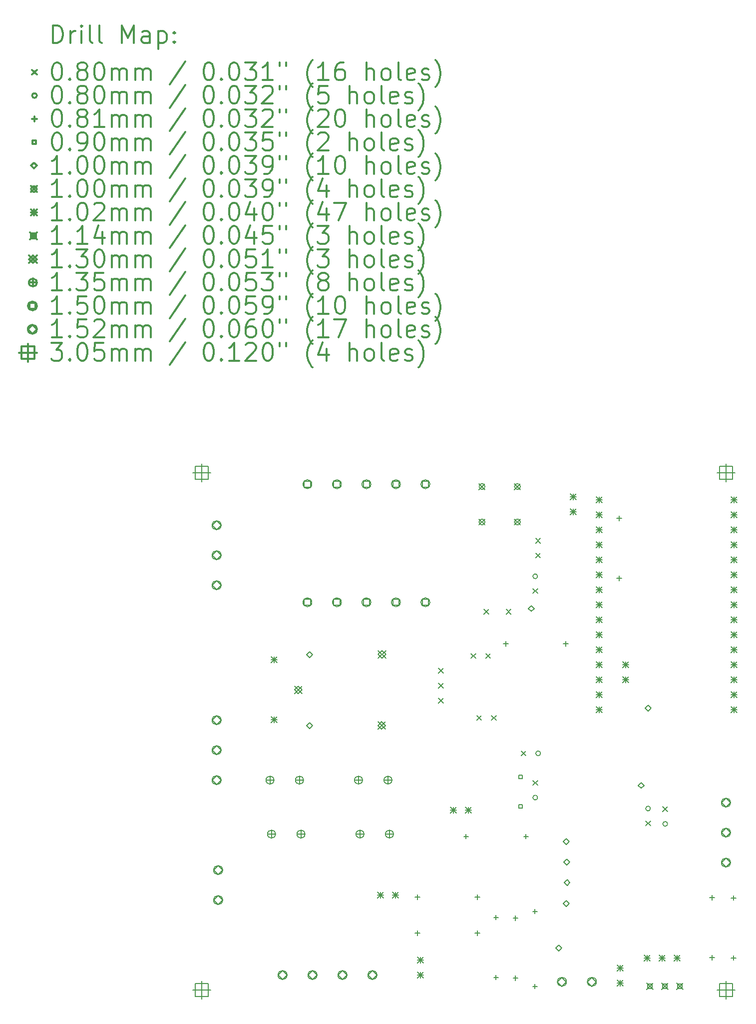
<source format=gbr>
%FSLAX45Y45*%
G04 Gerber Fmt 4.5, Leading zero omitted, Abs format (unit mm)*
G04 Created by KiCad (PCBNEW 4.0.2+dfsg1-stable) date pon, 19 lis 2018, 23:53:05*
%MOMM*%
G01*
G04 APERTURE LIST*
%ADD10C,0.127000*%
%ADD11C,0.200000*%
%ADD12C,0.300000*%
G04 APERTURE END LIST*
D10*
D11*
X6810000Y-11060000D02*
X6890000Y-11140000D01*
X6890000Y-11060000D02*
X6810000Y-11140000D01*
X6810000Y-11314000D02*
X6890000Y-11394000D01*
X6890000Y-11314000D02*
X6810000Y-11394000D01*
X6810000Y-11568000D02*
X6890000Y-11648000D01*
X6890000Y-11568000D02*
X6810000Y-11648000D01*
X7360000Y-10810000D02*
X7440000Y-10890000D01*
X7440000Y-10810000D02*
X7360000Y-10890000D01*
X7457000Y-11859900D02*
X7537000Y-11939900D01*
X7537000Y-11859900D02*
X7457000Y-11939900D01*
X7580000Y-10060000D02*
X7660000Y-10140000D01*
X7660000Y-10060000D02*
X7580000Y-10140000D01*
X7610000Y-10810000D02*
X7690000Y-10890000D01*
X7690000Y-10810000D02*
X7610000Y-10890000D01*
X7707000Y-11859900D02*
X7787000Y-11939900D01*
X7787000Y-11859900D02*
X7707000Y-11939900D01*
X7960000Y-10060000D02*
X8040000Y-10140000D01*
X8040000Y-10060000D02*
X7960000Y-10140000D01*
X8210000Y-12460000D02*
X8290000Y-12540000D01*
X8290000Y-12460000D02*
X8210000Y-12540000D01*
X8410000Y-9710000D02*
X8490000Y-9790000D01*
X8490000Y-9710000D02*
X8410000Y-9790000D01*
X8410000Y-12960000D02*
X8490000Y-13040000D01*
X8490000Y-12960000D02*
X8410000Y-13040000D01*
X8460000Y-8860000D02*
X8540000Y-8940000D01*
X8540000Y-8860000D02*
X8460000Y-8940000D01*
X8460000Y-9110000D02*
X8540000Y-9190000D01*
X8540000Y-9110000D02*
X8460000Y-9190000D01*
X10323200Y-13645520D02*
X10403200Y-13725520D01*
X10403200Y-13645520D02*
X10323200Y-13725520D01*
X10613776Y-13405744D02*
X10693776Y-13485744D01*
X10693776Y-13405744D02*
X10613776Y-13485744D01*
X8490005Y-9500000D02*
G75*
G03X8490005Y-9500000I-40005J0D01*
G01*
X8490005Y-13250000D02*
G75*
G03X8490005Y-13250000I-40005J0D01*
G01*
X8540005Y-12500000D02*
G75*
G03X8540005Y-12500000I-40005J0D01*
G01*
X10403205Y-13435520D02*
G75*
G03X10403205Y-13435520I-40005J0D01*
G01*
X10693781Y-13695744D02*
G75*
G03X10693781Y-13695744I-40005J0D01*
G01*
X6451600Y-14894560D02*
X6451600Y-14975840D01*
X6410960Y-14935200D02*
X6492240Y-14935200D01*
X6451600Y-15504160D02*
X6451600Y-15585440D01*
X6410960Y-15544800D02*
X6492240Y-15544800D01*
X7277100Y-13865860D02*
X7277100Y-13947140D01*
X7236460Y-13906500D02*
X7317740Y-13906500D01*
X7467600Y-14894560D02*
X7467600Y-14975840D01*
X7426960Y-14935200D02*
X7508240Y-14935200D01*
X7467600Y-15504160D02*
X7467600Y-15585440D01*
X7426960Y-15544800D02*
X7508240Y-15544800D01*
X7785100Y-15237460D02*
X7785100Y-15318740D01*
X7744460Y-15278100D02*
X7825740Y-15278100D01*
X7785100Y-16253460D02*
X7785100Y-16334740D01*
X7744460Y-16294100D02*
X7825740Y-16294100D01*
X7950200Y-10601960D02*
X7950200Y-10683240D01*
X7909560Y-10642600D02*
X7990840Y-10642600D01*
X8115300Y-15250160D02*
X8115300Y-15331440D01*
X8074660Y-15290800D02*
X8155940Y-15290800D01*
X8115300Y-16266160D02*
X8115300Y-16347440D01*
X8074660Y-16306800D02*
X8155940Y-16306800D01*
X8293100Y-13865860D02*
X8293100Y-13947140D01*
X8252460Y-13906500D02*
X8333740Y-13906500D01*
X8445500Y-15135860D02*
X8445500Y-15217140D01*
X8404860Y-15176500D02*
X8486140Y-15176500D01*
X8445500Y-16405860D02*
X8445500Y-16487140D01*
X8404860Y-16446500D02*
X8486140Y-16446500D01*
X8966200Y-10601960D02*
X8966200Y-10683240D01*
X8925560Y-10642600D02*
X9006840Y-10642600D01*
X9875000Y-8476360D02*
X9875000Y-8557640D01*
X9834360Y-8517000D02*
X9915640Y-8517000D01*
X9875000Y-9492360D02*
X9875000Y-9573640D01*
X9834360Y-9533000D02*
X9915640Y-9533000D01*
X11449050Y-14900910D02*
X11449050Y-14982190D01*
X11408410Y-14941550D02*
X11489690Y-14941550D01*
X11449050Y-15916910D02*
X11449050Y-15998190D01*
X11408410Y-15957550D02*
X11489690Y-15957550D01*
X11811000Y-14907260D02*
X11811000Y-14988540D01*
X11770360Y-14947900D02*
X11851640Y-14947900D01*
X11811000Y-15923260D02*
X11811000Y-16004540D01*
X11770360Y-15963900D02*
X11851640Y-15963900D01*
X8231820Y-12931820D02*
X8231820Y-12868180D01*
X8168180Y-12868180D01*
X8168180Y-12931820D01*
X8231820Y-12931820D01*
X8231820Y-13431820D02*
X8231820Y-13368180D01*
X8168180Y-13368180D01*
X8168180Y-13431820D01*
X8231820Y-13431820D01*
X4627300Y-10878600D02*
X4677300Y-10828600D01*
X4627300Y-10778600D01*
X4577300Y-10828600D01*
X4627300Y-10878600D01*
X4627300Y-12078600D02*
X4677300Y-12028600D01*
X4627300Y-11978600D01*
X4577300Y-12028600D01*
X4627300Y-12078600D01*
X8382000Y-10095700D02*
X8432000Y-10045700D01*
X8382000Y-9995700D01*
X8332000Y-10045700D01*
X8382000Y-10095700D01*
X8850000Y-15850000D02*
X8900000Y-15800000D01*
X8850000Y-15750000D01*
X8800000Y-15800000D01*
X8850000Y-15850000D01*
X8975344Y-15092896D02*
X9025344Y-15042896D01*
X8975344Y-14992896D01*
X8925344Y-15042896D01*
X8975344Y-15092896D01*
X8977376Y-14044384D02*
X9027376Y-13994384D01*
X8977376Y-13944384D01*
X8927376Y-13994384D01*
X8977376Y-14044384D01*
X8983472Y-14389824D02*
X9033472Y-14339824D01*
X8983472Y-14289824D01*
X8933472Y-14339824D01*
X8983472Y-14389824D01*
X8989568Y-14741360D02*
X9039568Y-14691360D01*
X8989568Y-14641360D01*
X8939568Y-14691360D01*
X8989568Y-14741360D01*
X10248900Y-13092900D02*
X10298900Y-13042900D01*
X10248900Y-12992900D01*
X10198900Y-13042900D01*
X10248900Y-13092900D01*
X10363200Y-11784800D02*
X10413200Y-11734800D01*
X10363200Y-11684800D01*
X10313200Y-11734800D01*
X10363200Y-11784800D01*
X7498562Y-7930362D02*
X7598638Y-8030438D01*
X7598638Y-7930362D02*
X7498562Y-8030438D01*
X7598638Y-7980400D02*
G75*
G03X7598638Y-7980400I-50038J0D01*
G01*
X7498562Y-8530362D02*
X7598638Y-8630438D01*
X7598638Y-8530362D02*
X7498562Y-8630438D01*
X7598638Y-8580400D02*
G75*
G03X7598638Y-8580400I-50038J0D01*
G01*
X8098562Y-7930362D02*
X8198638Y-8030438D01*
X8198638Y-7930362D02*
X8098562Y-8030438D01*
X8198638Y-7980400D02*
G75*
G03X8198638Y-7980400I-50038J0D01*
G01*
X8098562Y-8530362D02*
X8198638Y-8630438D01*
X8198638Y-8530362D02*
X8098562Y-8630438D01*
X8198638Y-8580400D02*
G75*
G03X8198638Y-8580400I-50038J0D01*
G01*
X3968750Y-10858500D02*
X4070350Y-10960100D01*
X4070350Y-10858500D02*
X3968750Y-10960100D01*
X4019550Y-10858500D02*
X4019550Y-10960100D01*
X3968750Y-10909300D02*
X4070350Y-10909300D01*
X3968750Y-11874500D02*
X4070350Y-11976100D01*
X4070350Y-11874500D02*
X3968750Y-11976100D01*
X4019550Y-11874500D02*
X4019550Y-11976100D01*
X3968750Y-11925300D02*
X4070350Y-11925300D01*
X5778500Y-14846300D02*
X5880100Y-14947900D01*
X5880100Y-14846300D02*
X5778500Y-14947900D01*
X5829300Y-14846300D02*
X5829300Y-14947900D01*
X5778500Y-14897100D02*
X5880100Y-14897100D01*
X6032500Y-14846300D02*
X6134100Y-14947900D01*
X6134100Y-14846300D02*
X6032500Y-14947900D01*
X6083300Y-14846300D02*
X6083300Y-14947900D01*
X6032500Y-14897100D02*
X6134100Y-14897100D01*
X6451600Y-15951200D02*
X6553200Y-16052800D01*
X6553200Y-15951200D02*
X6451600Y-16052800D01*
X6502400Y-15951200D02*
X6502400Y-16052800D01*
X6451600Y-16002000D02*
X6553200Y-16002000D01*
X6451600Y-16205200D02*
X6553200Y-16306800D01*
X6553200Y-16205200D02*
X6451600Y-16306800D01*
X6502400Y-16205200D02*
X6502400Y-16306800D01*
X6451600Y-16256000D02*
X6553200Y-16256000D01*
X7010400Y-13411200D02*
X7112000Y-13512800D01*
X7112000Y-13411200D02*
X7010400Y-13512800D01*
X7061200Y-13411200D02*
X7061200Y-13512800D01*
X7010400Y-13462000D02*
X7112000Y-13462000D01*
X7264400Y-13411200D02*
X7366000Y-13512800D01*
X7366000Y-13411200D02*
X7264400Y-13512800D01*
X7315200Y-13411200D02*
X7315200Y-13512800D01*
X7264400Y-13462000D02*
X7366000Y-13462000D01*
X9042400Y-8102600D02*
X9144000Y-8204200D01*
X9144000Y-8102600D02*
X9042400Y-8204200D01*
X9093200Y-8102600D02*
X9093200Y-8204200D01*
X9042400Y-8153400D02*
X9144000Y-8153400D01*
X9042400Y-8356600D02*
X9144000Y-8458200D01*
X9144000Y-8356600D02*
X9042400Y-8458200D01*
X9093200Y-8356600D02*
X9093200Y-8458200D01*
X9042400Y-8407400D02*
X9144000Y-8407400D01*
X9488200Y-8149200D02*
X9589800Y-8250800D01*
X9589800Y-8149200D02*
X9488200Y-8250800D01*
X9539000Y-8149200D02*
X9539000Y-8250800D01*
X9488200Y-8200000D02*
X9589800Y-8200000D01*
X9488200Y-8403200D02*
X9589800Y-8504800D01*
X9589800Y-8403200D02*
X9488200Y-8504800D01*
X9539000Y-8403200D02*
X9539000Y-8504800D01*
X9488200Y-8454000D02*
X9589800Y-8454000D01*
X9488200Y-8657200D02*
X9589800Y-8758800D01*
X9589800Y-8657200D02*
X9488200Y-8758800D01*
X9539000Y-8657200D02*
X9539000Y-8758800D01*
X9488200Y-8708000D02*
X9589800Y-8708000D01*
X9488200Y-8911200D02*
X9589800Y-9012800D01*
X9589800Y-8911200D02*
X9488200Y-9012800D01*
X9539000Y-8911200D02*
X9539000Y-9012800D01*
X9488200Y-8962000D02*
X9589800Y-8962000D01*
X9488200Y-9165200D02*
X9589800Y-9266800D01*
X9589800Y-9165200D02*
X9488200Y-9266800D01*
X9539000Y-9165200D02*
X9539000Y-9266800D01*
X9488200Y-9216000D02*
X9589800Y-9216000D01*
X9488200Y-9419200D02*
X9589800Y-9520800D01*
X9589800Y-9419200D02*
X9488200Y-9520800D01*
X9539000Y-9419200D02*
X9539000Y-9520800D01*
X9488200Y-9470000D02*
X9589800Y-9470000D01*
X9488200Y-9673200D02*
X9589800Y-9774800D01*
X9589800Y-9673200D02*
X9488200Y-9774800D01*
X9539000Y-9673200D02*
X9539000Y-9774800D01*
X9488200Y-9724000D02*
X9589800Y-9724000D01*
X9488200Y-9927200D02*
X9589800Y-10028800D01*
X9589800Y-9927200D02*
X9488200Y-10028800D01*
X9539000Y-9927200D02*
X9539000Y-10028800D01*
X9488200Y-9978000D02*
X9589800Y-9978000D01*
X9488200Y-10181200D02*
X9589800Y-10282800D01*
X9589800Y-10181200D02*
X9488200Y-10282800D01*
X9539000Y-10181200D02*
X9539000Y-10282800D01*
X9488200Y-10232000D02*
X9589800Y-10232000D01*
X9488200Y-10435200D02*
X9589800Y-10536800D01*
X9589800Y-10435200D02*
X9488200Y-10536800D01*
X9539000Y-10435200D02*
X9539000Y-10536800D01*
X9488200Y-10486000D02*
X9589800Y-10486000D01*
X9488200Y-10689200D02*
X9589800Y-10790800D01*
X9589800Y-10689200D02*
X9488200Y-10790800D01*
X9539000Y-10689200D02*
X9539000Y-10790800D01*
X9488200Y-10740000D02*
X9589800Y-10740000D01*
X9488200Y-10943200D02*
X9589800Y-11044800D01*
X9589800Y-10943200D02*
X9488200Y-11044800D01*
X9539000Y-10943200D02*
X9539000Y-11044800D01*
X9488200Y-10994000D02*
X9589800Y-10994000D01*
X9488200Y-11197200D02*
X9589800Y-11298800D01*
X9589800Y-11197200D02*
X9488200Y-11298800D01*
X9539000Y-11197200D02*
X9539000Y-11298800D01*
X9488200Y-11248000D02*
X9589800Y-11248000D01*
X9488200Y-11451200D02*
X9589800Y-11552800D01*
X9589800Y-11451200D02*
X9488200Y-11552800D01*
X9539000Y-11451200D02*
X9539000Y-11552800D01*
X9488200Y-11502000D02*
X9589800Y-11502000D01*
X9488200Y-11705200D02*
X9589800Y-11806800D01*
X9589800Y-11705200D02*
X9488200Y-11806800D01*
X9539000Y-11705200D02*
X9539000Y-11806800D01*
X9488200Y-11756000D02*
X9589800Y-11756000D01*
X9836150Y-16084550D02*
X9937750Y-16186150D01*
X9937750Y-16084550D02*
X9836150Y-16186150D01*
X9886950Y-16084550D02*
X9886950Y-16186150D01*
X9836150Y-16135350D02*
X9937750Y-16135350D01*
X9836150Y-16338550D02*
X9937750Y-16440150D01*
X9937750Y-16338550D02*
X9836150Y-16440150D01*
X9886950Y-16338550D02*
X9886950Y-16440150D01*
X9836150Y-16389350D02*
X9937750Y-16389350D01*
X9931400Y-10947400D02*
X10033000Y-11049000D01*
X10033000Y-10947400D02*
X9931400Y-11049000D01*
X9982200Y-10947400D02*
X9982200Y-11049000D01*
X9931400Y-10998200D02*
X10033000Y-10998200D01*
X9931400Y-11201400D02*
X10033000Y-11303000D01*
X10033000Y-11201400D02*
X9931400Y-11303000D01*
X9982200Y-11201400D02*
X9982200Y-11303000D01*
X9931400Y-11252200D02*
X10033000Y-11252200D01*
X10293350Y-15919450D02*
X10394950Y-16021050D01*
X10394950Y-15919450D02*
X10293350Y-16021050D01*
X10344150Y-15919450D02*
X10344150Y-16021050D01*
X10293350Y-15970250D02*
X10394950Y-15970250D01*
X10547350Y-15919450D02*
X10648950Y-16021050D01*
X10648950Y-15919450D02*
X10547350Y-16021050D01*
X10598150Y-15919450D02*
X10598150Y-16021050D01*
X10547350Y-15970250D02*
X10648950Y-15970250D01*
X10801350Y-15919450D02*
X10902950Y-16021050D01*
X10902950Y-15919450D02*
X10801350Y-16021050D01*
X10852150Y-15919450D02*
X10852150Y-16021050D01*
X10801350Y-15970250D02*
X10902950Y-15970250D01*
X11774200Y-8149200D02*
X11875800Y-8250800D01*
X11875800Y-8149200D02*
X11774200Y-8250800D01*
X11825000Y-8149200D02*
X11825000Y-8250800D01*
X11774200Y-8200000D02*
X11875800Y-8200000D01*
X11774200Y-8403200D02*
X11875800Y-8504800D01*
X11875800Y-8403200D02*
X11774200Y-8504800D01*
X11825000Y-8403200D02*
X11825000Y-8504800D01*
X11774200Y-8454000D02*
X11875800Y-8454000D01*
X11774200Y-8657200D02*
X11875800Y-8758800D01*
X11875800Y-8657200D02*
X11774200Y-8758800D01*
X11825000Y-8657200D02*
X11825000Y-8758800D01*
X11774200Y-8708000D02*
X11875800Y-8708000D01*
X11774200Y-8911200D02*
X11875800Y-9012800D01*
X11875800Y-8911200D02*
X11774200Y-9012800D01*
X11825000Y-8911200D02*
X11825000Y-9012800D01*
X11774200Y-8962000D02*
X11875800Y-8962000D01*
X11774200Y-9165200D02*
X11875800Y-9266800D01*
X11875800Y-9165200D02*
X11774200Y-9266800D01*
X11825000Y-9165200D02*
X11825000Y-9266800D01*
X11774200Y-9216000D02*
X11875800Y-9216000D01*
X11774200Y-9419200D02*
X11875800Y-9520800D01*
X11875800Y-9419200D02*
X11774200Y-9520800D01*
X11825000Y-9419200D02*
X11825000Y-9520800D01*
X11774200Y-9470000D02*
X11875800Y-9470000D01*
X11774200Y-9673200D02*
X11875800Y-9774800D01*
X11875800Y-9673200D02*
X11774200Y-9774800D01*
X11825000Y-9673200D02*
X11825000Y-9774800D01*
X11774200Y-9724000D02*
X11875800Y-9724000D01*
X11774200Y-9927200D02*
X11875800Y-10028800D01*
X11875800Y-9927200D02*
X11774200Y-10028800D01*
X11825000Y-9927200D02*
X11825000Y-10028800D01*
X11774200Y-9978000D02*
X11875800Y-9978000D01*
X11774200Y-10181200D02*
X11875800Y-10282800D01*
X11875800Y-10181200D02*
X11774200Y-10282800D01*
X11825000Y-10181200D02*
X11825000Y-10282800D01*
X11774200Y-10232000D02*
X11875800Y-10232000D01*
X11774200Y-10435200D02*
X11875800Y-10536800D01*
X11875800Y-10435200D02*
X11774200Y-10536800D01*
X11825000Y-10435200D02*
X11825000Y-10536800D01*
X11774200Y-10486000D02*
X11875800Y-10486000D01*
X11774200Y-10689200D02*
X11875800Y-10790800D01*
X11875800Y-10689200D02*
X11774200Y-10790800D01*
X11825000Y-10689200D02*
X11825000Y-10790800D01*
X11774200Y-10740000D02*
X11875800Y-10740000D01*
X11774200Y-10943200D02*
X11875800Y-11044800D01*
X11875800Y-10943200D02*
X11774200Y-11044800D01*
X11825000Y-10943200D02*
X11825000Y-11044800D01*
X11774200Y-10994000D02*
X11875800Y-10994000D01*
X11774200Y-11197200D02*
X11875800Y-11298800D01*
X11875800Y-11197200D02*
X11774200Y-11298800D01*
X11825000Y-11197200D02*
X11825000Y-11298800D01*
X11774200Y-11248000D02*
X11875800Y-11248000D01*
X11774200Y-11451200D02*
X11875800Y-11552800D01*
X11875800Y-11451200D02*
X11774200Y-11552800D01*
X11825000Y-11451200D02*
X11825000Y-11552800D01*
X11774200Y-11502000D02*
X11875800Y-11502000D01*
X11774200Y-11705200D02*
X11875800Y-11806800D01*
X11875800Y-11705200D02*
X11774200Y-11806800D01*
X11825000Y-11705200D02*
X11825000Y-11806800D01*
X11774200Y-11756000D02*
X11875800Y-11756000D01*
X10337800Y-16389350D02*
X10452100Y-16503650D01*
X10452100Y-16389350D02*
X10337800Y-16503650D01*
X10435362Y-16486911D02*
X10435362Y-16406088D01*
X10354539Y-16406088D01*
X10354539Y-16486911D01*
X10435362Y-16486911D01*
X10591800Y-16389350D02*
X10706100Y-16503650D01*
X10706100Y-16389350D02*
X10591800Y-16503650D01*
X10689362Y-16486911D02*
X10689362Y-16406088D01*
X10608539Y-16406088D01*
X10608539Y-16486911D01*
X10689362Y-16486911D01*
X10845800Y-16389350D02*
X10960100Y-16503650D01*
X10960100Y-16389350D02*
X10845800Y-16503650D01*
X10943362Y-16486911D02*
X10943362Y-16406088D01*
X10862539Y-16406088D01*
X10862539Y-16486911D01*
X10943362Y-16486911D01*
X4367300Y-11358600D02*
X4497300Y-11488600D01*
X4497300Y-11358600D02*
X4367300Y-11488600D01*
X4432300Y-11488600D02*
X4497300Y-11423600D01*
X4432300Y-11358600D01*
X4367300Y-11423600D01*
X4432300Y-11488600D01*
X5782300Y-11963600D02*
X5912300Y-12093600D01*
X5912300Y-11963600D02*
X5782300Y-12093600D01*
X5847300Y-12093600D02*
X5912300Y-12028600D01*
X5847300Y-11963600D01*
X5782300Y-12028600D01*
X5847300Y-12093600D01*
X5787300Y-10758600D02*
X5917300Y-10888600D01*
X5917300Y-10758600D02*
X5787300Y-10888600D01*
X5852300Y-10888600D02*
X5917300Y-10823600D01*
X5852300Y-10758600D01*
X5787300Y-10823600D01*
X5852300Y-10888600D01*
X3953002Y-12886563D02*
X3953002Y-13021437D01*
X3885565Y-12954000D02*
X4020439Y-12954000D01*
X4020439Y-12954000D02*
G75*
G03X4020439Y-12954000I-67437J0D01*
G01*
X3978402Y-13800963D02*
X3978402Y-13935837D01*
X3910965Y-13868400D02*
X4045839Y-13868400D01*
X4045839Y-13868400D02*
G75*
G03X4045839Y-13868400I-67437J0D01*
G01*
X4452874Y-12886563D02*
X4452874Y-13021437D01*
X4385437Y-12954000D02*
X4520311Y-12954000D01*
X4520311Y-12954000D02*
G75*
G03X4520311Y-12954000I-67437J0D01*
G01*
X4478274Y-13800963D02*
X4478274Y-13935837D01*
X4410837Y-13868400D02*
X4545711Y-13868400D01*
X4545711Y-13868400D02*
G75*
G03X4545711Y-13868400I-67437J0D01*
G01*
X5453126Y-12886563D02*
X5453126Y-13021437D01*
X5385689Y-12954000D02*
X5520563Y-12954000D01*
X5520563Y-12954000D02*
G75*
G03X5520563Y-12954000I-67437J0D01*
G01*
X5478526Y-13800963D02*
X5478526Y-13935837D01*
X5411089Y-13868400D02*
X5545963Y-13868400D01*
X5545963Y-13868400D02*
G75*
G03X5545963Y-13868400I-67437J0D01*
G01*
X5952998Y-12886563D02*
X5952998Y-13021437D01*
X5885561Y-12954000D02*
X6020435Y-12954000D01*
X6020435Y-12954000D02*
G75*
G03X6020435Y-12954000I-67437J0D01*
G01*
X5978398Y-13800963D02*
X5978398Y-13935837D01*
X5910961Y-13868400D02*
X6045835Y-13868400D01*
X6045835Y-13868400D02*
G75*
G03X6045835Y-13868400I-67437J0D01*
G01*
X4641076Y-7993876D02*
X4641076Y-7887728D01*
X4534928Y-7887728D01*
X4534928Y-7993876D01*
X4641076Y-7993876D01*
X4663059Y-7940802D02*
G75*
G03X4663059Y-7940802I-75057J0D01*
G01*
X4641076Y-9993872D02*
X4641076Y-9887724D01*
X4534928Y-9887724D01*
X4534928Y-9993872D01*
X4641076Y-9993872D01*
X4663059Y-9940798D02*
G75*
G03X4663059Y-9940798I-75057J0D01*
G01*
X5140948Y-7993876D02*
X5140948Y-7887728D01*
X5034800Y-7887728D01*
X5034800Y-7993876D01*
X5140948Y-7993876D01*
X5162931Y-7940802D02*
G75*
G03X5162931Y-7940802I-75057J0D01*
G01*
X5140948Y-9993872D02*
X5140948Y-9887724D01*
X5034800Y-9887724D01*
X5034800Y-9993872D01*
X5140948Y-9993872D01*
X5162931Y-9940798D02*
G75*
G03X5162931Y-9940798I-75057J0D01*
G01*
X5641074Y-7993876D02*
X5641074Y-7887728D01*
X5534926Y-7887728D01*
X5534926Y-7993876D01*
X5641074Y-7993876D01*
X5663057Y-7940802D02*
G75*
G03X5663057Y-7940802I-75057J0D01*
G01*
X5641074Y-9993872D02*
X5641074Y-9887724D01*
X5534926Y-9887724D01*
X5534926Y-9993872D01*
X5641074Y-9993872D01*
X5663057Y-9940798D02*
G75*
G03X5663057Y-9940798I-75057J0D01*
G01*
X6141200Y-7993876D02*
X6141200Y-7887728D01*
X6035052Y-7887728D01*
X6035052Y-7993876D01*
X6141200Y-7993876D01*
X6163183Y-7940802D02*
G75*
G03X6163183Y-7940802I-75057J0D01*
G01*
X6141200Y-9993872D02*
X6141200Y-9887724D01*
X6035052Y-9887724D01*
X6035052Y-9993872D01*
X6141200Y-9993872D01*
X6163183Y-9940798D02*
G75*
G03X6163183Y-9940798I-75057J0D01*
G01*
X6641072Y-7993876D02*
X6641072Y-7887728D01*
X6534924Y-7887728D01*
X6534924Y-7993876D01*
X6641072Y-7993876D01*
X6663055Y-7940802D02*
G75*
G03X6663055Y-7940802I-75057J0D01*
G01*
X6641072Y-9993872D02*
X6641072Y-9887724D01*
X6534924Y-9887724D01*
X6534924Y-9993872D01*
X6641072Y-9993872D01*
X6663055Y-9940798D02*
G75*
G03X6663055Y-9940798I-75057J0D01*
G01*
X3048000Y-8712200D02*
X3124200Y-8636000D01*
X3048000Y-8559800D01*
X2971800Y-8636000D01*
X3048000Y-8712200D01*
X3124200Y-8636000D02*
G75*
G03X3124200Y-8636000I-76200J0D01*
G01*
X3048000Y-9220200D02*
X3124200Y-9144000D01*
X3048000Y-9067800D01*
X2971800Y-9144000D01*
X3048000Y-9220200D01*
X3124200Y-9144000D02*
G75*
G03X3124200Y-9144000I-76200J0D01*
G01*
X3048000Y-9728200D02*
X3124200Y-9652000D01*
X3048000Y-9575800D01*
X2971800Y-9652000D01*
X3048000Y-9728200D01*
X3124200Y-9652000D02*
G75*
G03X3124200Y-9652000I-76200J0D01*
G01*
X3048000Y-12014200D02*
X3124200Y-11938000D01*
X3048000Y-11861800D01*
X2971800Y-11938000D01*
X3048000Y-12014200D01*
X3124200Y-11938000D02*
G75*
G03X3124200Y-11938000I-76200J0D01*
G01*
X3048000Y-12522200D02*
X3124200Y-12446000D01*
X3048000Y-12369800D01*
X2971800Y-12446000D01*
X3048000Y-12522200D01*
X3124200Y-12446000D02*
G75*
G03X3124200Y-12446000I-76200J0D01*
G01*
X3048000Y-13030200D02*
X3124200Y-12954000D01*
X3048000Y-12877800D01*
X2971800Y-12954000D01*
X3048000Y-13030200D01*
X3124200Y-12954000D02*
G75*
G03X3124200Y-12954000I-76200J0D01*
G01*
X3073400Y-14554200D02*
X3149600Y-14478000D01*
X3073400Y-14401800D01*
X2997200Y-14478000D01*
X3073400Y-14554200D01*
X3149600Y-14478000D02*
G75*
G03X3149600Y-14478000I-76200J0D01*
G01*
X3073400Y-15062200D02*
X3149600Y-14986000D01*
X3073400Y-14909800D01*
X2997200Y-14986000D01*
X3073400Y-15062200D01*
X3149600Y-14986000D02*
G75*
G03X3149600Y-14986000I-76200J0D01*
G01*
X4165600Y-16332200D02*
X4241800Y-16256000D01*
X4165600Y-16179800D01*
X4089400Y-16256000D01*
X4165600Y-16332200D01*
X4241800Y-16256000D02*
G75*
G03X4241800Y-16256000I-76200J0D01*
G01*
X4673600Y-16332200D02*
X4749800Y-16256000D01*
X4673600Y-16179800D01*
X4597400Y-16256000D01*
X4673600Y-16332200D01*
X4749800Y-16256000D02*
G75*
G03X4749800Y-16256000I-76200J0D01*
G01*
X5181600Y-16332200D02*
X5257800Y-16256000D01*
X5181600Y-16179800D01*
X5105400Y-16256000D01*
X5181600Y-16332200D01*
X5257800Y-16256000D02*
G75*
G03X5257800Y-16256000I-76200J0D01*
G01*
X5689600Y-16332200D02*
X5765800Y-16256000D01*
X5689600Y-16179800D01*
X5613400Y-16256000D01*
X5689600Y-16332200D01*
X5765800Y-16256000D02*
G75*
G03X5765800Y-16256000I-76200J0D01*
G01*
X8902700Y-16446500D02*
X8978900Y-16370300D01*
X8902700Y-16294100D01*
X8826500Y-16370300D01*
X8902700Y-16446500D01*
X8978900Y-16370300D02*
G75*
G03X8978900Y-16370300I-76200J0D01*
G01*
X9410700Y-16446500D02*
X9486900Y-16370300D01*
X9410700Y-16294100D01*
X9334500Y-16370300D01*
X9410700Y-16446500D01*
X9486900Y-16370300D02*
G75*
G03X9486900Y-16370300I-76200J0D01*
G01*
X11684000Y-13411200D02*
X11760200Y-13335000D01*
X11684000Y-13258800D01*
X11607800Y-13335000D01*
X11684000Y-13411200D01*
X11760200Y-13335000D02*
G75*
G03X11760200Y-13335000I-76200J0D01*
G01*
X11684000Y-13919200D02*
X11760200Y-13843000D01*
X11684000Y-13766800D01*
X11607800Y-13843000D01*
X11684000Y-13919200D01*
X11760200Y-13843000D02*
G75*
G03X11760200Y-13843000I-76200J0D01*
G01*
X11684000Y-14427200D02*
X11760200Y-14351000D01*
X11684000Y-14274800D01*
X11607800Y-14351000D01*
X11684000Y-14427200D01*
X11760200Y-14351000D02*
G75*
G03X11760200Y-14351000I-76200J0D01*
G01*
X2794000Y-7594600D02*
X2794000Y-7899400D01*
X2641600Y-7747000D02*
X2946400Y-7747000D01*
X2901764Y-7854764D02*
X2901764Y-7639236D01*
X2686236Y-7639236D01*
X2686236Y-7854764D01*
X2901764Y-7854764D01*
X2794000Y-16357600D02*
X2794000Y-16662400D01*
X2641600Y-16510000D02*
X2946400Y-16510000D01*
X2901764Y-16617764D02*
X2901764Y-16402236D01*
X2686236Y-16402236D01*
X2686236Y-16617764D01*
X2901764Y-16617764D01*
X11684000Y-7594600D02*
X11684000Y-7899400D01*
X11531600Y-7747000D02*
X11836400Y-7747000D01*
X11791764Y-7854764D02*
X11791764Y-7639236D01*
X11576236Y-7639236D01*
X11576236Y-7854764D01*
X11791764Y-7854764D01*
X11684000Y-16357600D02*
X11684000Y-16662400D01*
X11531600Y-16510000D02*
X11836400Y-16510000D01*
X11791764Y-16617764D02*
X11791764Y-16402236D01*
X11576236Y-16402236D01*
X11576236Y-16617764D01*
X11791764Y-16617764D01*
D12*
X271429Y-465714D02*
X271429Y-165714D01*
X342857Y-165714D01*
X385714Y-180000D01*
X414286Y-208571D01*
X428571Y-237143D01*
X442857Y-294286D01*
X442857Y-337143D01*
X428571Y-394286D01*
X414286Y-422857D01*
X385714Y-451429D01*
X342857Y-465714D01*
X271429Y-465714D01*
X571429Y-465714D02*
X571429Y-265714D01*
X571429Y-322857D02*
X585714Y-294286D01*
X600000Y-280000D01*
X628571Y-265714D01*
X657143Y-265714D01*
X757143Y-465714D02*
X757143Y-265714D01*
X757143Y-165714D02*
X742857Y-180000D01*
X757143Y-194286D01*
X771429Y-180000D01*
X757143Y-165714D01*
X757143Y-194286D01*
X942857Y-465714D02*
X914286Y-451429D01*
X900000Y-422857D01*
X900000Y-165714D01*
X1100000Y-465714D02*
X1071429Y-451429D01*
X1057143Y-422857D01*
X1057143Y-165714D01*
X1442857Y-465714D02*
X1442857Y-165714D01*
X1542857Y-380000D01*
X1642857Y-165714D01*
X1642857Y-465714D01*
X1914286Y-465714D02*
X1914286Y-308571D01*
X1900000Y-280000D01*
X1871429Y-265714D01*
X1814286Y-265714D01*
X1785714Y-280000D01*
X1914286Y-451429D02*
X1885714Y-465714D01*
X1814286Y-465714D01*
X1785714Y-451429D01*
X1771429Y-422857D01*
X1771429Y-394286D01*
X1785714Y-365714D01*
X1814286Y-351429D01*
X1885714Y-351429D01*
X1914286Y-337143D01*
X2057143Y-265714D02*
X2057143Y-565714D01*
X2057143Y-280000D02*
X2085714Y-265714D01*
X2142857Y-265714D01*
X2171429Y-280000D01*
X2185714Y-294286D01*
X2200000Y-322857D01*
X2200000Y-408571D01*
X2185714Y-437143D01*
X2171429Y-451429D01*
X2142857Y-465714D01*
X2085714Y-465714D01*
X2057143Y-451429D01*
X2328572Y-437143D02*
X2342857Y-451429D01*
X2328572Y-465714D01*
X2314286Y-451429D01*
X2328572Y-437143D01*
X2328572Y-465714D01*
X2328572Y-280000D02*
X2342857Y-294286D01*
X2328572Y-308571D01*
X2314286Y-294286D01*
X2328572Y-280000D01*
X2328572Y-308571D01*
X-80000Y-920000D02*
X0Y-1000000D01*
X0Y-920000D02*
X-80000Y-1000000D01*
X328571Y-795714D02*
X357143Y-795714D01*
X385714Y-810000D01*
X400000Y-824286D01*
X414286Y-852857D01*
X428571Y-910000D01*
X428571Y-981429D01*
X414286Y-1038571D01*
X400000Y-1067143D01*
X385714Y-1081429D01*
X357143Y-1095714D01*
X328571Y-1095714D01*
X300000Y-1081429D01*
X285714Y-1067143D01*
X271429Y-1038571D01*
X257143Y-981429D01*
X257143Y-910000D01*
X271429Y-852857D01*
X285714Y-824286D01*
X300000Y-810000D01*
X328571Y-795714D01*
X557143Y-1067143D02*
X571429Y-1081429D01*
X557143Y-1095714D01*
X542857Y-1081429D01*
X557143Y-1067143D01*
X557143Y-1095714D01*
X742857Y-924286D02*
X714286Y-910000D01*
X700000Y-895714D01*
X685714Y-867143D01*
X685714Y-852857D01*
X700000Y-824286D01*
X714286Y-810000D01*
X742857Y-795714D01*
X800000Y-795714D01*
X828571Y-810000D01*
X842857Y-824286D01*
X857143Y-852857D01*
X857143Y-867143D01*
X842857Y-895714D01*
X828571Y-910000D01*
X800000Y-924286D01*
X742857Y-924286D01*
X714286Y-938571D01*
X700000Y-952857D01*
X685714Y-981429D01*
X685714Y-1038571D01*
X700000Y-1067143D01*
X714286Y-1081429D01*
X742857Y-1095714D01*
X800000Y-1095714D01*
X828571Y-1081429D01*
X842857Y-1067143D01*
X857143Y-1038571D01*
X857143Y-981429D01*
X842857Y-952857D01*
X828571Y-938571D01*
X800000Y-924286D01*
X1042857Y-795714D02*
X1071429Y-795714D01*
X1100000Y-810000D01*
X1114286Y-824286D01*
X1128571Y-852857D01*
X1142857Y-910000D01*
X1142857Y-981429D01*
X1128571Y-1038571D01*
X1114286Y-1067143D01*
X1100000Y-1081429D01*
X1071429Y-1095714D01*
X1042857Y-1095714D01*
X1014286Y-1081429D01*
X1000000Y-1067143D01*
X985714Y-1038571D01*
X971429Y-981429D01*
X971429Y-910000D01*
X985714Y-852857D01*
X1000000Y-824286D01*
X1014286Y-810000D01*
X1042857Y-795714D01*
X1271429Y-1095714D02*
X1271429Y-895714D01*
X1271429Y-924286D02*
X1285714Y-910000D01*
X1314286Y-895714D01*
X1357143Y-895714D01*
X1385714Y-910000D01*
X1400000Y-938571D01*
X1400000Y-1095714D01*
X1400000Y-938571D02*
X1414286Y-910000D01*
X1442857Y-895714D01*
X1485714Y-895714D01*
X1514286Y-910000D01*
X1528571Y-938571D01*
X1528571Y-1095714D01*
X1671429Y-1095714D02*
X1671429Y-895714D01*
X1671429Y-924286D02*
X1685714Y-910000D01*
X1714286Y-895714D01*
X1757143Y-895714D01*
X1785714Y-910000D01*
X1800000Y-938571D01*
X1800000Y-1095714D01*
X1800000Y-938571D02*
X1814286Y-910000D01*
X1842857Y-895714D01*
X1885714Y-895714D01*
X1914286Y-910000D01*
X1928571Y-938571D01*
X1928571Y-1095714D01*
X2514286Y-781429D02*
X2257143Y-1167143D01*
X2900000Y-795714D02*
X2928571Y-795714D01*
X2957143Y-810000D01*
X2971428Y-824286D01*
X2985714Y-852857D01*
X3000000Y-910000D01*
X3000000Y-981429D01*
X2985714Y-1038571D01*
X2971428Y-1067143D01*
X2957143Y-1081429D01*
X2928571Y-1095714D01*
X2900000Y-1095714D01*
X2871428Y-1081429D01*
X2857143Y-1067143D01*
X2842857Y-1038571D01*
X2828571Y-981429D01*
X2828571Y-910000D01*
X2842857Y-852857D01*
X2857143Y-824286D01*
X2871428Y-810000D01*
X2900000Y-795714D01*
X3128571Y-1067143D02*
X3142857Y-1081429D01*
X3128571Y-1095714D01*
X3114286Y-1081429D01*
X3128571Y-1067143D01*
X3128571Y-1095714D01*
X3328571Y-795714D02*
X3357143Y-795714D01*
X3385714Y-810000D01*
X3400000Y-824286D01*
X3414286Y-852857D01*
X3428571Y-910000D01*
X3428571Y-981429D01*
X3414286Y-1038571D01*
X3400000Y-1067143D01*
X3385714Y-1081429D01*
X3357143Y-1095714D01*
X3328571Y-1095714D01*
X3300000Y-1081429D01*
X3285714Y-1067143D01*
X3271428Y-1038571D01*
X3257143Y-981429D01*
X3257143Y-910000D01*
X3271428Y-852857D01*
X3285714Y-824286D01*
X3300000Y-810000D01*
X3328571Y-795714D01*
X3528571Y-795714D02*
X3714286Y-795714D01*
X3614286Y-910000D01*
X3657143Y-910000D01*
X3685714Y-924286D01*
X3700000Y-938571D01*
X3714286Y-967143D01*
X3714286Y-1038571D01*
X3700000Y-1067143D01*
X3685714Y-1081429D01*
X3657143Y-1095714D01*
X3571428Y-1095714D01*
X3542857Y-1081429D01*
X3528571Y-1067143D01*
X4000000Y-1095714D02*
X3828571Y-1095714D01*
X3914286Y-1095714D02*
X3914286Y-795714D01*
X3885714Y-838571D01*
X3857143Y-867143D01*
X3828571Y-881429D01*
X4114286Y-795714D02*
X4114286Y-852857D01*
X4228571Y-795714D02*
X4228571Y-852857D01*
X4671429Y-1210000D02*
X4657143Y-1195714D01*
X4628571Y-1152857D01*
X4614286Y-1124286D01*
X4600000Y-1081429D01*
X4585714Y-1010000D01*
X4585714Y-952857D01*
X4600000Y-881429D01*
X4614286Y-838571D01*
X4628571Y-810000D01*
X4657143Y-767143D01*
X4671429Y-752857D01*
X4942857Y-1095714D02*
X4771429Y-1095714D01*
X4857143Y-1095714D02*
X4857143Y-795714D01*
X4828571Y-838571D01*
X4800000Y-867143D01*
X4771429Y-881429D01*
X5200000Y-795714D02*
X5142857Y-795714D01*
X5114286Y-810000D01*
X5100000Y-824286D01*
X5071429Y-867143D01*
X5057143Y-924286D01*
X5057143Y-1038571D01*
X5071429Y-1067143D01*
X5085714Y-1081429D01*
X5114286Y-1095714D01*
X5171429Y-1095714D01*
X5200000Y-1081429D01*
X5214286Y-1067143D01*
X5228571Y-1038571D01*
X5228571Y-967143D01*
X5214286Y-938571D01*
X5200000Y-924286D01*
X5171429Y-910000D01*
X5114286Y-910000D01*
X5085714Y-924286D01*
X5071429Y-938571D01*
X5057143Y-967143D01*
X5585714Y-1095714D02*
X5585714Y-795714D01*
X5714286Y-1095714D02*
X5714286Y-938571D01*
X5700000Y-910000D01*
X5671428Y-895714D01*
X5628571Y-895714D01*
X5600000Y-910000D01*
X5585714Y-924286D01*
X5900000Y-1095714D02*
X5871428Y-1081429D01*
X5857143Y-1067143D01*
X5842857Y-1038571D01*
X5842857Y-952857D01*
X5857143Y-924286D01*
X5871428Y-910000D01*
X5900000Y-895714D01*
X5942857Y-895714D01*
X5971428Y-910000D01*
X5985714Y-924286D01*
X6000000Y-952857D01*
X6000000Y-1038571D01*
X5985714Y-1067143D01*
X5971428Y-1081429D01*
X5942857Y-1095714D01*
X5900000Y-1095714D01*
X6171428Y-1095714D02*
X6142857Y-1081429D01*
X6128571Y-1052857D01*
X6128571Y-795714D01*
X6400000Y-1081429D02*
X6371429Y-1095714D01*
X6314286Y-1095714D01*
X6285714Y-1081429D01*
X6271429Y-1052857D01*
X6271429Y-938571D01*
X6285714Y-910000D01*
X6314286Y-895714D01*
X6371429Y-895714D01*
X6400000Y-910000D01*
X6414286Y-938571D01*
X6414286Y-967143D01*
X6271429Y-995714D01*
X6528571Y-1081429D02*
X6557143Y-1095714D01*
X6614286Y-1095714D01*
X6642857Y-1081429D01*
X6657143Y-1052857D01*
X6657143Y-1038571D01*
X6642857Y-1010000D01*
X6614286Y-995714D01*
X6571429Y-995714D01*
X6542857Y-981429D01*
X6528571Y-952857D01*
X6528571Y-938571D01*
X6542857Y-910000D01*
X6571429Y-895714D01*
X6614286Y-895714D01*
X6642857Y-910000D01*
X6757143Y-1210000D02*
X6771429Y-1195714D01*
X6800000Y-1152857D01*
X6814286Y-1124286D01*
X6828571Y-1081429D01*
X6842857Y-1010000D01*
X6842857Y-952857D01*
X6828571Y-881429D01*
X6814286Y-838571D01*
X6800000Y-810000D01*
X6771429Y-767143D01*
X6757143Y-752857D01*
X0Y-1356000D02*
G75*
G03X0Y-1356000I-40005J0D01*
G01*
X328571Y-1191714D02*
X357143Y-1191714D01*
X385714Y-1206000D01*
X400000Y-1220286D01*
X414286Y-1248857D01*
X428571Y-1306000D01*
X428571Y-1377429D01*
X414286Y-1434571D01*
X400000Y-1463143D01*
X385714Y-1477429D01*
X357143Y-1491714D01*
X328571Y-1491714D01*
X300000Y-1477429D01*
X285714Y-1463143D01*
X271429Y-1434571D01*
X257143Y-1377429D01*
X257143Y-1306000D01*
X271429Y-1248857D01*
X285714Y-1220286D01*
X300000Y-1206000D01*
X328571Y-1191714D01*
X557143Y-1463143D02*
X571429Y-1477429D01*
X557143Y-1491714D01*
X542857Y-1477429D01*
X557143Y-1463143D01*
X557143Y-1491714D01*
X742857Y-1320286D02*
X714286Y-1306000D01*
X700000Y-1291714D01*
X685714Y-1263143D01*
X685714Y-1248857D01*
X700000Y-1220286D01*
X714286Y-1206000D01*
X742857Y-1191714D01*
X800000Y-1191714D01*
X828571Y-1206000D01*
X842857Y-1220286D01*
X857143Y-1248857D01*
X857143Y-1263143D01*
X842857Y-1291714D01*
X828571Y-1306000D01*
X800000Y-1320286D01*
X742857Y-1320286D01*
X714286Y-1334571D01*
X700000Y-1348857D01*
X685714Y-1377429D01*
X685714Y-1434571D01*
X700000Y-1463143D01*
X714286Y-1477429D01*
X742857Y-1491714D01*
X800000Y-1491714D01*
X828571Y-1477429D01*
X842857Y-1463143D01*
X857143Y-1434571D01*
X857143Y-1377429D01*
X842857Y-1348857D01*
X828571Y-1334571D01*
X800000Y-1320286D01*
X1042857Y-1191714D02*
X1071429Y-1191714D01*
X1100000Y-1206000D01*
X1114286Y-1220286D01*
X1128571Y-1248857D01*
X1142857Y-1306000D01*
X1142857Y-1377429D01*
X1128571Y-1434571D01*
X1114286Y-1463143D01*
X1100000Y-1477429D01*
X1071429Y-1491714D01*
X1042857Y-1491714D01*
X1014286Y-1477429D01*
X1000000Y-1463143D01*
X985714Y-1434571D01*
X971429Y-1377429D01*
X971429Y-1306000D01*
X985714Y-1248857D01*
X1000000Y-1220286D01*
X1014286Y-1206000D01*
X1042857Y-1191714D01*
X1271429Y-1491714D02*
X1271429Y-1291714D01*
X1271429Y-1320286D02*
X1285714Y-1306000D01*
X1314286Y-1291714D01*
X1357143Y-1291714D01*
X1385714Y-1306000D01*
X1400000Y-1334571D01*
X1400000Y-1491714D01*
X1400000Y-1334571D02*
X1414286Y-1306000D01*
X1442857Y-1291714D01*
X1485714Y-1291714D01*
X1514286Y-1306000D01*
X1528571Y-1334571D01*
X1528571Y-1491714D01*
X1671429Y-1491714D02*
X1671429Y-1291714D01*
X1671429Y-1320286D02*
X1685714Y-1306000D01*
X1714286Y-1291714D01*
X1757143Y-1291714D01*
X1785714Y-1306000D01*
X1800000Y-1334571D01*
X1800000Y-1491714D01*
X1800000Y-1334571D02*
X1814286Y-1306000D01*
X1842857Y-1291714D01*
X1885714Y-1291714D01*
X1914286Y-1306000D01*
X1928571Y-1334571D01*
X1928571Y-1491714D01*
X2514286Y-1177429D02*
X2257143Y-1563143D01*
X2900000Y-1191714D02*
X2928571Y-1191714D01*
X2957143Y-1206000D01*
X2971428Y-1220286D01*
X2985714Y-1248857D01*
X3000000Y-1306000D01*
X3000000Y-1377429D01*
X2985714Y-1434571D01*
X2971428Y-1463143D01*
X2957143Y-1477429D01*
X2928571Y-1491714D01*
X2900000Y-1491714D01*
X2871428Y-1477429D01*
X2857143Y-1463143D01*
X2842857Y-1434571D01*
X2828571Y-1377429D01*
X2828571Y-1306000D01*
X2842857Y-1248857D01*
X2857143Y-1220286D01*
X2871428Y-1206000D01*
X2900000Y-1191714D01*
X3128571Y-1463143D02*
X3142857Y-1477429D01*
X3128571Y-1491714D01*
X3114286Y-1477429D01*
X3128571Y-1463143D01*
X3128571Y-1491714D01*
X3328571Y-1191714D02*
X3357143Y-1191714D01*
X3385714Y-1206000D01*
X3400000Y-1220286D01*
X3414286Y-1248857D01*
X3428571Y-1306000D01*
X3428571Y-1377429D01*
X3414286Y-1434571D01*
X3400000Y-1463143D01*
X3385714Y-1477429D01*
X3357143Y-1491714D01*
X3328571Y-1491714D01*
X3300000Y-1477429D01*
X3285714Y-1463143D01*
X3271428Y-1434571D01*
X3257143Y-1377429D01*
X3257143Y-1306000D01*
X3271428Y-1248857D01*
X3285714Y-1220286D01*
X3300000Y-1206000D01*
X3328571Y-1191714D01*
X3528571Y-1191714D02*
X3714286Y-1191714D01*
X3614286Y-1306000D01*
X3657143Y-1306000D01*
X3685714Y-1320286D01*
X3700000Y-1334571D01*
X3714286Y-1363143D01*
X3714286Y-1434571D01*
X3700000Y-1463143D01*
X3685714Y-1477429D01*
X3657143Y-1491714D01*
X3571428Y-1491714D01*
X3542857Y-1477429D01*
X3528571Y-1463143D01*
X3828571Y-1220286D02*
X3842857Y-1206000D01*
X3871428Y-1191714D01*
X3942857Y-1191714D01*
X3971428Y-1206000D01*
X3985714Y-1220286D01*
X4000000Y-1248857D01*
X4000000Y-1277429D01*
X3985714Y-1320286D01*
X3814286Y-1491714D01*
X4000000Y-1491714D01*
X4114286Y-1191714D02*
X4114286Y-1248857D01*
X4228571Y-1191714D02*
X4228571Y-1248857D01*
X4671429Y-1606000D02*
X4657143Y-1591714D01*
X4628571Y-1548857D01*
X4614286Y-1520286D01*
X4600000Y-1477429D01*
X4585714Y-1406000D01*
X4585714Y-1348857D01*
X4600000Y-1277429D01*
X4614286Y-1234571D01*
X4628571Y-1206000D01*
X4657143Y-1163143D01*
X4671429Y-1148857D01*
X4928571Y-1191714D02*
X4785714Y-1191714D01*
X4771429Y-1334571D01*
X4785714Y-1320286D01*
X4814286Y-1306000D01*
X4885714Y-1306000D01*
X4914286Y-1320286D01*
X4928571Y-1334571D01*
X4942857Y-1363143D01*
X4942857Y-1434571D01*
X4928571Y-1463143D01*
X4914286Y-1477429D01*
X4885714Y-1491714D01*
X4814286Y-1491714D01*
X4785714Y-1477429D01*
X4771429Y-1463143D01*
X5300000Y-1491714D02*
X5300000Y-1191714D01*
X5428571Y-1491714D02*
X5428571Y-1334571D01*
X5414286Y-1306000D01*
X5385714Y-1291714D01*
X5342857Y-1291714D01*
X5314286Y-1306000D01*
X5300000Y-1320286D01*
X5614286Y-1491714D02*
X5585714Y-1477429D01*
X5571429Y-1463143D01*
X5557143Y-1434571D01*
X5557143Y-1348857D01*
X5571429Y-1320286D01*
X5585714Y-1306000D01*
X5614286Y-1291714D01*
X5657143Y-1291714D01*
X5685714Y-1306000D01*
X5700000Y-1320286D01*
X5714286Y-1348857D01*
X5714286Y-1434571D01*
X5700000Y-1463143D01*
X5685714Y-1477429D01*
X5657143Y-1491714D01*
X5614286Y-1491714D01*
X5885714Y-1491714D02*
X5857143Y-1477429D01*
X5842857Y-1448857D01*
X5842857Y-1191714D01*
X6114286Y-1477429D02*
X6085714Y-1491714D01*
X6028571Y-1491714D01*
X6000000Y-1477429D01*
X5985714Y-1448857D01*
X5985714Y-1334571D01*
X6000000Y-1306000D01*
X6028571Y-1291714D01*
X6085714Y-1291714D01*
X6114286Y-1306000D01*
X6128571Y-1334571D01*
X6128571Y-1363143D01*
X5985714Y-1391714D01*
X6242857Y-1477429D02*
X6271429Y-1491714D01*
X6328571Y-1491714D01*
X6357143Y-1477429D01*
X6371429Y-1448857D01*
X6371429Y-1434571D01*
X6357143Y-1406000D01*
X6328571Y-1391714D01*
X6285714Y-1391714D01*
X6257143Y-1377429D01*
X6242857Y-1348857D01*
X6242857Y-1334571D01*
X6257143Y-1306000D01*
X6285714Y-1291714D01*
X6328571Y-1291714D01*
X6357143Y-1306000D01*
X6471428Y-1606000D02*
X6485714Y-1591714D01*
X6514286Y-1548857D01*
X6528571Y-1520286D01*
X6542857Y-1477429D01*
X6557143Y-1406000D01*
X6557143Y-1348857D01*
X6542857Y-1277429D01*
X6528571Y-1234571D01*
X6514286Y-1206000D01*
X6485714Y-1163143D01*
X6471428Y-1148857D01*
X-40640Y-1711360D02*
X-40640Y-1792640D01*
X-81280Y-1752000D02*
X0Y-1752000D01*
X328571Y-1587714D02*
X357143Y-1587714D01*
X385714Y-1602000D01*
X400000Y-1616286D01*
X414286Y-1644857D01*
X428571Y-1702000D01*
X428571Y-1773429D01*
X414286Y-1830571D01*
X400000Y-1859143D01*
X385714Y-1873429D01*
X357143Y-1887714D01*
X328571Y-1887714D01*
X300000Y-1873429D01*
X285714Y-1859143D01*
X271429Y-1830571D01*
X257143Y-1773429D01*
X257143Y-1702000D01*
X271429Y-1644857D01*
X285714Y-1616286D01*
X300000Y-1602000D01*
X328571Y-1587714D01*
X557143Y-1859143D02*
X571429Y-1873429D01*
X557143Y-1887714D01*
X542857Y-1873429D01*
X557143Y-1859143D01*
X557143Y-1887714D01*
X742857Y-1716286D02*
X714286Y-1702000D01*
X700000Y-1687714D01*
X685714Y-1659143D01*
X685714Y-1644857D01*
X700000Y-1616286D01*
X714286Y-1602000D01*
X742857Y-1587714D01*
X800000Y-1587714D01*
X828571Y-1602000D01*
X842857Y-1616286D01*
X857143Y-1644857D01*
X857143Y-1659143D01*
X842857Y-1687714D01*
X828571Y-1702000D01*
X800000Y-1716286D01*
X742857Y-1716286D01*
X714286Y-1730571D01*
X700000Y-1744857D01*
X685714Y-1773429D01*
X685714Y-1830571D01*
X700000Y-1859143D01*
X714286Y-1873429D01*
X742857Y-1887714D01*
X800000Y-1887714D01*
X828571Y-1873429D01*
X842857Y-1859143D01*
X857143Y-1830571D01*
X857143Y-1773429D01*
X842857Y-1744857D01*
X828571Y-1730571D01*
X800000Y-1716286D01*
X1142857Y-1887714D02*
X971429Y-1887714D01*
X1057143Y-1887714D02*
X1057143Y-1587714D01*
X1028571Y-1630571D01*
X1000000Y-1659143D01*
X971429Y-1673429D01*
X1271429Y-1887714D02*
X1271429Y-1687714D01*
X1271429Y-1716286D02*
X1285714Y-1702000D01*
X1314286Y-1687714D01*
X1357143Y-1687714D01*
X1385714Y-1702000D01*
X1400000Y-1730571D01*
X1400000Y-1887714D01*
X1400000Y-1730571D02*
X1414286Y-1702000D01*
X1442857Y-1687714D01*
X1485714Y-1687714D01*
X1514286Y-1702000D01*
X1528571Y-1730571D01*
X1528571Y-1887714D01*
X1671429Y-1887714D02*
X1671429Y-1687714D01*
X1671429Y-1716286D02*
X1685714Y-1702000D01*
X1714286Y-1687714D01*
X1757143Y-1687714D01*
X1785714Y-1702000D01*
X1800000Y-1730571D01*
X1800000Y-1887714D01*
X1800000Y-1730571D02*
X1814286Y-1702000D01*
X1842857Y-1687714D01*
X1885714Y-1687714D01*
X1914286Y-1702000D01*
X1928571Y-1730571D01*
X1928571Y-1887714D01*
X2514286Y-1573429D02*
X2257143Y-1959143D01*
X2900000Y-1587714D02*
X2928571Y-1587714D01*
X2957143Y-1602000D01*
X2971428Y-1616286D01*
X2985714Y-1644857D01*
X3000000Y-1702000D01*
X3000000Y-1773429D01*
X2985714Y-1830571D01*
X2971428Y-1859143D01*
X2957143Y-1873429D01*
X2928571Y-1887714D01*
X2900000Y-1887714D01*
X2871428Y-1873429D01*
X2857143Y-1859143D01*
X2842857Y-1830571D01*
X2828571Y-1773429D01*
X2828571Y-1702000D01*
X2842857Y-1644857D01*
X2857143Y-1616286D01*
X2871428Y-1602000D01*
X2900000Y-1587714D01*
X3128571Y-1859143D02*
X3142857Y-1873429D01*
X3128571Y-1887714D01*
X3114286Y-1873429D01*
X3128571Y-1859143D01*
X3128571Y-1887714D01*
X3328571Y-1587714D02*
X3357143Y-1587714D01*
X3385714Y-1602000D01*
X3400000Y-1616286D01*
X3414286Y-1644857D01*
X3428571Y-1702000D01*
X3428571Y-1773429D01*
X3414286Y-1830571D01*
X3400000Y-1859143D01*
X3385714Y-1873429D01*
X3357143Y-1887714D01*
X3328571Y-1887714D01*
X3300000Y-1873429D01*
X3285714Y-1859143D01*
X3271428Y-1830571D01*
X3257143Y-1773429D01*
X3257143Y-1702000D01*
X3271428Y-1644857D01*
X3285714Y-1616286D01*
X3300000Y-1602000D01*
X3328571Y-1587714D01*
X3528571Y-1587714D02*
X3714286Y-1587714D01*
X3614286Y-1702000D01*
X3657143Y-1702000D01*
X3685714Y-1716286D01*
X3700000Y-1730571D01*
X3714286Y-1759143D01*
X3714286Y-1830571D01*
X3700000Y-1859143D01*
X3685714Y-1873429D01*
X3657143Y-1887714D01*
X3571428Y-1887714D01*
X3542857Y-1873429D01*
X3528571Y-1859143D01*
X3828571Y-1616286D02*
X3842857Y-1602000D01*
X3871428Y-1587714D01*
X3942857Y-1587714D01*
X3971428Y-1602000D01*
X3985714Y-1616286D01*
X4000000Y-1644857D01*
X4000000Y-1673429D01*
X3985714Y-1716286D01*
X3814286Y-1887714D01*
X4000000Y-1887714D01*
X4114286Y-1587714D02*
X4114286Y-1644857D01*
X4228571Y-1587714D02*
X4228571Y-1644857D01*
X4671429Y-2002000D02*
X4657143Y-1987714D01*
X4628571Y-1944857D01*
X4614286Y-1916286D01*
X4600000Y-1873429D01*
X4585714Y-1802000D01*
X4585714Y-1744857D01*
X4600000Y-1673429D01*
X4614286Y-1630571D01*
X4628571Y-1602000D01*
X4657143Y-1559143D01*
X4671429Y-1544857D01*
X4771429Y-1616286D02*
X4785714Y-1602000D01*
X4814286Y-1587714D01*
X4885714Y-1587714D01*
X4914286Y-1602000D01*
X4928571Y-1616286D01*
X4942857Y-1644857D01*
X4942857Y-1673429D01*
X4928571Y-1716286D01*
X4757143Y-1887714D01*
X4942857Y-1887714D01*
X5128571Y-1587714D02*
X5157143Y-1587714D01*
X5185714Y-1602000D01*
X5200000Y-1616286D01*
X5214286Y-1644857D01*
X5228571Y-1702000D01*
X5228571Y-1773429D01*
X5214286Y-1830571D01*
X5200000Y-1859143D01*
X5185714Y-1873429D01*
X5157143Y-1887714D01*
X5128571Y-1887714D01*
X5100000Y-1873429D01*
X5085714Y-1859143D01*
X5071429Y-1830571D01*
X5057143Y-1773429D01*
X5057143Y-1702000D01*
X5071429Y-1644857D01*
X5085714Y-1616286D01*
X5100000Y-1602000D01*
X5128571Y-1587714D01*
X5585714Y-1887714D02*
X5585714Y-1587714D01*
X5714286Y-1887714D02*
X5714286Y-1730571D01*
X5700000Y-1702000D01*
X5671428Y-1687714D01*
X5628571Y-1687714D01*
X5600000Y-1702000D01*
X5585714Y-1716286D01*
X5900000Y-1887714D02*
X5871428Y-1873429D01*
X5857143Y-1859143D01*
X5842857Y-1830571D01*
X5842857Y-1744857D01*
X5857143Y-1716286D01*
X5871428Y-1702000D01*
X5900000Y-1687714D01*
X5942857Y-1687714D01*
X5971428Y-1702000D01*
X5985714Y-1716286D01*
X6000000Y-1744857D01*
X6000000Y-1830571D01*
X5985714Y-1859143D01*
X5971428Y-1873429D01*
X5942857Y-1887714D01*
X5900000Y-1887714D01*
X6171428Y-1887714D02*
X6142857Y-1873429D01*
X6128571Y-1844857D01*
X6128571Y-1587714D01*
X6400000Y-1873429D02*
X6371429Y-1887714D01*
X6314286Y-1887714D01*
X6285714Y-1873429D01*
X6271429Y-1844857D01*
X6271429Y-1730571D01*
X6285714Y-1702000D01*
X6314286Y-1687714D01*
X6371429Y-1687714D01*
X6400000Y-1702000D01*
X6414286Y-1730571D01*
X6414286Y-1759143D01*
X6271429Y-1787714D01*
X6528571Y-1873429D02*
X6557143Y-1887714D01*
X6614286Y-1887714D01*
X6642857Y-1873429D01*
X6657143Y-1844857D01*
X6657143Y-1830571D01*
X6642857Y-1802000D01*
X6614286Y-1787714D01*
X6571429Y-1787714D01*
X6542857Y-1773429D01*
X6528571Y-1744857D01*
X6528571Y-1730571D01*
X6542857Y-1702000D01*
X6571429Y-1687714D01*
X6614286Y-1687714D01*
X6642857Y-1702000D01*
X6757143Y-2002000D02*
X6771429Y-1987714D01*
X6800000Y-1944857D01*
X6814286Y-1916286D01*
X6828571Y-1873429D01*
X6842857Y-1802000D01*
X6842857Y-1744857D01*
X6828571Y-1673429D01*
X6814286Y-1630571D01*
X6800000Y-1602000D01*
X6771429Y-1559143D01*
X6757143Y-1544857D01*
X-13180Y-2179820D02*
X-13180Y-2116180D01*
X-76820Y-2116180D01*
X-76820Y-2179820D01*
X-13180Y-2179820D01*
X328571Y-1983714D02*
X357143Y-1983714D01*
X385714Y-1998000D01*
X400000Y-2012286D01*
X414286Y-2040857D01*
X428571Y-2098000D01*
X428571Y-2169429D01*
X414286Y-2226571D01*
X400000Y-2255143D01*
X385714Y-2269429D01*
X357143Y-2283714D01*
X328571Y-2283714D01*
X300000Y-2269429D01*
X285714Y-2255143D01*
X271429Y-2226571D01*
X257143Y-2169429D01*
X257143Y-2098000D01*
X271429Y-2040857D01*
X285714Y-2012286D01*
X300000Y-1998000D01*
X328571Y-1983714D01*
X557143Y-2255143D02*
X571429Y-2269429D01*
X557143Y-2283714D01*
X542857Y-2269429D01*
X557143Y-2255143D01*
X557143Y-2283714D01*
X714286Y-2283714D02*
X771428Y-2283714D01*
X800000Y-2269429D01*
X814286Y-2255143D01*
X842857Y-2212286D01*
X857143Y-2155143D01*
X857143Y-2040857D01*
X842857Y-2012286D01*
X828571Y-1998000D01*
X800000Y-1983714D01*
X742857Y-1983714D01*
X714286Y-1998000D01*
X700000Y-2012286D01*
X685714Y-2040857D01*
X685714Y-2112286D01*
X700000Y-2140857D01*
X714286Y-2155143D01*
X742857Y-2169429D01*
X800000Y-2169429D01*
X828571Y-2155143D01*
X842857Y-2140857D01*
X857143Y-2112286D01*
X1042857Y-1983714D02*
X1071429Y-1983714D01*
X1100000Y-1998000D01*
X1114286Y-2012286D01*
X1128571Y-2040857D01*
X1142857Y-2098000D01*
X1142857Y-2169429D01*
X1128571Y-2226571D01*
X1114286Y-2255143D01*
X1100000Y-2269429D01*
X1071429Y-2283714D01*
X1042857Y-2283714D01*
X1014286Y-2269429D01*
X1000000Y-2255143D01*
X985714Y-2226571D01*
X971429Y-2169429D01*
X971429Y-2098000D01*
X985714Y-2040857D01*
X1000000Y-2012286D01*
X1014286Y-1998000D01*
X1042857Y-1983714D01*
X1271429Y-2283714D02*
X1271429Y-2083714D01*
X1271429Y-2112286D02*
X1285714Y-2098000D01*
X1314286Y-2083714D01*
X1357143Y-2083714D01*
X1385714Y-2098000D01*
X1400000Y-2126571D01*
X1400000Y-2283714D01*
X1400000Y-2126571D02*
X1414286Y-2098000D01*
X1442857Y-2083714D01*
X1485714Y-2083714D01*
X1514286Y-2098000D01*
X1528571Y-2126571D01*
X1528571Y-2283714D01*
X1671429Y-2283714D02*
X1671429Y-2083714D01*
X1671429Y-2112286D02*
X1685714Y-2098000D01*
X1714286Y-2083714D01*
X1757143Y-2083714D01*
X1785714Y-2098000D01*
X1800000Y-2126571D01*
X1800000Y-2283714D01*
X1800000Y-2126571D02*
X1814286Y-2098000D01*
X1842857Y-2083714D01*
X1885714Y-2083714D01*
X1914286Y-2098000D01*
X1928571Y-2126571D01*
X1928571Y-2283714D01*
X2514286Y-1969429D02*
X2257143Y-2355143D01*
X2900000Y-1983714D02*
X2928571Y-1983714D01*
X2957143Y-1998000D01*
X2971428Y-2012286D01*
X2985714Y-2040857D01*
X3000000Y-2098000D01*
X3000000Y-2169429D01*
X2985714Y-2226571D01*
X2971428Y-2255143D01*
X2957143Y-2269429D01*
X2928571Y-2283714D01*
X2900000Y-2283714D01*
X2871428Y-2269429D01*
X2857143Y-2255143D01*
X2842857Y-2226571D01*
X2828571Y-2169429D01*
X2828571Y-2098000D01*
X2842857Y-2040857D01*
X2857143Y-2012286D01*
X2871428Y-1998000D01*
X2900000Y-1983714D01*
X3128571Y-2255143D02*
X3142857Y-2269429D01*
X3128571Y-2283714D01*
X3114286Y-2269429D01*
X3128571Y-2255143D01*
X3128571Y-2283714D01*
X3328571Y-1983714D02*
X3357143Y-1983714D01*
X3385714Y-1998000D01*
X3400000Y-2012286D01*
X3414286Y-2040857D01*
X3428571Y-2098000D01*
X3428571Y-2169429D01*
X3414286Y-2226571D01*
X3400000Y-2255143D01*
X3385714Y-2269429D01*
X3357143Y-2283714D01*
X3328571Y-2283714D01*
X3300000Y-2269429D01*
X3285714Y-2255143D01*
X3271428Y-2226571D01*
X3257143Y-2169429D01*
X3257143Y-2098000D01*
X3271428Y-2040857D01*
X3285714Y-2012286D01*
X3300000Y-1998000D01*
X3328571Y-1983714D01*
X3528571Y-1983714D02*
X3714286Y-1983714D01*
X3614286Y-2098000D01*
X3657143Y-2098000D01*
X3685714Y-2112286D01*
X3700000Y-2126571D01*
X3714286Y-2155143D01*
X3714286Y-2226571D01*
X3700000Y-2255143D01*
X3685714Y-2269429D01*
X3657143Y-2283714D01*
X3571428Y-2283714D01*
X3542857Y-2269429D01*
X3528571Y-2255143D01*
X3985714Y-1983714D02*
X3842857Y-1983714D01*
X3828571Y-2126571D01*
X3842857Y-2112286D01*
X3871428Y-2098000D01*
X3942857Y-2098000D01*
X3971428Y-2112286D01*
X3985714Y-2126571D01*
X4000000Y-2155143D01*
X4000000Y-2226571D01*
X3985714Y-2255143D01*
X3971428Y-2269429D01*
X3942857Y-2283714D01*
X3871428Y-2283714D01*
X3842857Y-2269429D01*
X3828571Y-2255143D01*
X4114286Y-1983714D02*
X4114286Y-2040857D01*
X4228571Y-1983714D02*
X4228571Y-2040857D01*
X4671429Y-2398000D02*
X4657143Y-2383714D01*
X4628571Y-2340857D01*
X4614286Y-2312286D01*
X4600000Y-2269429D01*
X4585714Y-2198000D01*
X4585714Y-2140857D01*
X4600000Y-2069429D01*
X4614286Y-2026571D01*
X4628571Y-1998000D01*
X4657143Y-1955143D01*
X4671429Y-1940857D01*
X4771429Y-2012286D02*
X4785714Y-1998000D01*
X4814286Y-1983714D01*
X4885714Y-1983714D01*
X4914286Y-1998000D01*
X4928571Y-2012286D01*
X4942857Y-2040857D01*
X4942857Y-2069429D01*
X4928571Y-2112286D01*
X4757143Y-2283714D01*
X4942857Y-2283714D01*
X5300000Y-2283714D02*
X5300000Y-1983714D01*
X5428571Y-2283714D02*
X5428571Y-2126571D01*
X5414286Y-2098000D01*
X5385714Y-2083714D01*
X5342857Y-2083714D01*
X5314286Y-2098000D01*
X5300000Y-2112286D01*
X5614286Y-2283714D02*
X5585714Y-2269429D01*
X5571429Y-2255143D01*
X5557143Y-2226571D01*
X5557143Y-2140857D01*
X5571429Y-2112286D01*
X5585714Y-2098000D01*
X5614286Y-2083714D01*
X5657143Y-2083714D01*
X5685714Y-2098000D01*
X5700000Y-2112286D01*
X5714286Y-2140857D01*
X5714286Y-2226571D01*
X5700000Y-2255143D01*
X5685714Y-2269429D01*
X5657143Y-2283714D01*
X5614286Y-2283714D01*
X5885714Y-2283714D02*
X5857143Y-2269429D01*
X5842857Y-2240857D01*
X5842857Y-1983714D01*
X6114286Y-2269429D02*
X6085714Y-2283714D01*
X6028571Y-2283714D01*
X6000000Y-2269429D01*
X5985714Y-2240857D01*
X5985714Y-2126571D01*
X6000000Y-2098000D01*
X6028571Y-2083714D01*
X6085714Y-2083714D01*
X6114286Y-2098000D01*
X6128571Y-2126571D01*
X6128571Y-2155143D01*
X5985714Y-2183714D01*
X6242857Y-2269429D02*
X6271429Y-2283714D01*
X6328571Y-2283714D01*
X6357143Y-2269429D01*
X6371429Y-2240857D01*
X6371429Y-2226571D01*
X6357143Y-2198000D01*
X6328571Y-2183714D01*
X6285714Y-2183714D01*
X6257143Y-2169429D01*
X6242857Y-2140857D01*
X6242857Y-2126571D01*
X6257143Y-2098000D01*
X6285714Y-2083714D01*
X6328571Y-2083714D01*
X6357143Y-2098000D01*
X6471428Y-2398000D02*
X6485714Y-2383714D01*
X6514286Y-2340857D01*
X6528571Y-2312286D01*
X6542857Y-2269429D01*
X6557143Y-2198000D01*
X6557143Y-2140857D01*
X6542857Y-2069429D01*
X6528571Y-2026571D01*
X6514286Y-1998000D01*
X6485714Y-1955143D01*
X6471428Y-1940857D01*
X-50000Y-2594000D02*
X0Y-2544000D01*
X-50000Y-2494000D01*
X-100000Y-2544000D01*
X-50000Y-2594000D01*
X428571Y-2679714D02*
X257143Y-2679714D01*
X342857Y-2679714D02*
X342857Y-2379714D01*
X314286Y-2422571D01*
X285714Y-2451143D01*
X257143Y-2465429D01*
X557143Y-2651143D02*
X571429Y-2665429D01*
X557143Y-2679714D01*
X542857Y-2665429D01*
X557143Y-2651143D01*
X557143Y-2679714D01*
X757143Y-2379714D02*
X785714Y-2379714D01*
X814286Y-2394000D01*
X828571Y-2408286D01*
X842857Y-2436857D01*
X857143Y-2494000D01*
X857143Y-2565429D01*
X842857Y-2622571D01*
X828571Y-2651143D01*
X814286Y-2665429D01*
X785714Y-2679714D01*
X757143Y-2679714D01*
X728571Y-2665429D01*
X714286Y-2651143D01*
X700000Y-2622571D01*
X685714Y-2565429D01*
X685714Y-2494000D01*
X700000Y-2436857D01*
X714286Y-2408286D01*
X728571Y-2394000D01*
X757143Y-2379714D01*
X1042857Y-2379714D02*
X1071429Y-2379714D01*
X1100000Y-2394000D01*
X1114286Y-2408286D01*
X1128571Y-2436857D01*
X1142857Y-2494000D01*
X1142857Y-2565429D01*
X1128571Y-2622571D01*
X1114286Y-2651143D01*
X1100000Y-2665429D01*
X1071429Y-2679714D01*
X1042857Y-2679714D01*
X1014286Y-2665429D01*
X1000000Y-2651143D01*
X985714Y-2622571D01*
X971429Y-2565429D01*
X971429Y-2494000D01*
X985714Y-2436857D01*
X1000000Y-2408286D01*
X1014286Y-2394000D01*
X1042857Y-2379714D01*
X1271429Y-2679714D02*
X1271429Y-2479714D01*
X1271429Y-2508286D02*
X1285714Y-2494000D01*
X1314286Y-2479714D01*
X1357143Y-2479714D01*
X1385714Y-2494000D01*
X1400000Y-2522571D01*
X1400000Y-2679714D01*
X1400000Y-2522571D02*
X1414286Y-2494000D01*
X1442857Y-2479714D01*
X1485714Y-2479714D01*
X1514286Y-2494000D01*
X1528571Y-2522571D01*
X1528571Y-2679714D01*
X1671429Y-2679714D02*
X1671429Y-2479714D01*
X1671429Y-2508286D02*
X1685714Y-2494000D01*
X1714286Y-2479714D01*
X1757143Y-2479714D01*
X1785714Y-2494000D01*
X1800000Y-2522571D01*
X1800000Y-2679714D01*
X1800000Y-2522571D02*
X1814286Y-2494000D01*
X1842857Y-2479714D01*
X1885714Y-2479714D01*
X1914286Y-2494000D01*
X1928571Y-2522571D01*
X1928571Y-2679714D01*
X2514286Y-2365429D02*
X2257143Y-2751143D01*
X2900000Y-2379714D02*
X2928571Y-2379714D01*
X2957143Y-2394000D01*
X2971428Y-2408286D01*
X2985714Y-2436857D01*
X3000000Y-2494000D01*
X3000000Y-2565429D01*
X2985714Y-2622571D01*
X2971428Y-2651143D01*
X2957143Y-2665429D01*
X2928571Y-2679714D01*
X2900000Y-2679714D01*
X2871428Y-2665429D01*
X2857143Y-2651143D01*
X2842857Y-2622571D01*
X2828571Y-2565429D01*
X2828571Y-2494000D01*
X2842857Y-2436857D01*
X2857143Y-2408286D01*
X2871428Y-2394000D01*
X2900000Y-2379714D01*
X3128571Y-2651143D02*
X3142857Y-2665429D01*
X3128571Y-2679714D01*
X3114286Y-2665429D01*
X3128571Y-2651143D01*
X3128571Y-2679714D01*
X3328571Y-2379714D02*
X3357143Y-2379714D01*
X3385714Y-2394000D01*
X3400000Y-2408286D01*
X3414286Y-2436857D01*
X3428571Y-2494000D01*
X3428571Y-2565429D01*
X3414286Y-2622571D01*
X3400000Y-2651143D01*
X3385714Y-2665429D01*
X3357143Y-2679714D01*
X3328571Y-2679714D01*
X3300000Y-2665429D01*
X3285714Y-2651143D01*
X3271428Y-2622571D01*
X3257143Y-2565429D01*
X3257143Y-2494000D01*
X3271428Y-2436857D01*
X3285714Y-2408286D01*
X3300000Y-2394000D01*
X3328571Y-2379714D01*
X3528571Y-2379714D02*
X3714286Y-2379714D01*
X3614286Y-2494000D01*
X3657143Y-2494000D01*
X3685714Y-2508286D01*
X3700000Y-2522571D01*
X3714286Y-2551143D01*
X3714286Y-2622571D01*
X3700000Y-2651143D01*
X3685714Y-2665429D01*
X3657143Y-2679714D01*
X3571428Y-2679714D01*
X3542857Y-2665429D01*
X3528571Y-2651143D01*
X3857143Y-2679714D02*
X3914286Y-2679714D01*
X3942857Y-2665429D01*
X3957143Y-2651143D01*
X3985714Y-2608286D01*
X4000000Y-2551143D01*
X4000000Y-2436857D01*
X3985714Y-2408286D01*
X3971428Y-2394000D01*
X3942857Y-2379714D01*
X3885714Y-2379714D01*
X3857143Y-2394000D01*
X3842857Y-2408286D01*
X3828571Y-2436857D01*
X3828571Y-2508286D01*
X3842857Y-2536857D01*
X3857143Y-2551143D01*
X3885714Y-2565429D01*
X3942857Y-2565429D01*
X3971428Y-2551143D01*
X3985714Y-2536857D01*
X4000000Y-2508286D01*
X4114286Y-2379714D02*
X4114286Y-2436857D01*
X4228571Y-2379714D02*
X4228571Y-2436857D01*
X4671429Y-2794000D02*
X4657143Y-2779714D01*
X4628571Y-2736857D01*
X4614286Y-2708286D01*
X4600000Y-2665429D01*
X4585714Y-2594000D01*
X4585714Y-2536857D01*
X4600000Y-2465429D01*
X4614286Y-2422571D01*
X4628571Y-2394000D01*
X4657143Y-2351143D01*
X4671429Y-2336857D01*
X4942857Y-2679714D02*
X4771429Y-2679714D01*
X4857143Y-2679714D02*
X4857143Y-2379714D01*
X4828571Y-2422571D01*
X4800000Y-2451143D01*
X4771429Y-2465429D01*
X5128571Y-2379714D02*
X5157143Y-2379714D01*
X5185714Y-2394000D01*
X5200000Y-2408286D01*
X5214286Y-2436857D01*
X5228571Y-2494000D01*
X5228571Y-2565429D01*
X5214286Y-2622571D01*
X5200000Y-2651143D01*
X5185714Y-2665429D01*
X5157143Y-2679714D01*
X5128571Y-2679714D01*
X5100000Y-2665429D01*
X5085714Y-2651143D01*
X5071429Y-2622571D01*
X5057143Y-2565429D01*
X5057143Y-2494000D01*
X5071429Y-2436857D01*
X5085714Y-2408286D01*
X5100000Y-2394000D01*
X5128571Y-2379714D01*
X5585714Y-2679714D02*
X5585714Y-2379714D01*
X5714286Y-2679714D02*
X5714286Y-2522571D01*
X5700000Y-2494000D01*
X5671428Y-2479714D01*
X5628571Y-2479714D01*
X5600000Y-2494000D01*
X5585714Y-2508286D01*
X5900000Y-2679714D02*
X5871428Y-2665429D01*
X5857143Y-2651143D01*
X5842857Y-2622571D01*
X5842857Y-2536857D01*
X5857143Y-2508286D01*
X5871428Y-2494000D01*
X5900000Y-2479714D01*
X5942857Y-2479714D01*
X5971428Y-2494000D01*
X5985714Y-2508286D01*
X6000000Y-2536857D01*
X6000000Y-2622571D01*
X5985714Y-2651143D01*
X5971428Y-2665429D01*
X5942857Y-2679714D01*
X5900000Y-2679714D01*
X6171428Y-2679714D02*
X6142857Y-2665429D01*
X6128571Y-2636857D01*
X6128571Y-2379714D01*
X6400000Y-2665429D02*
X6371429Y-2679714D01*
X6314286Y-2679714D01*
X6285714Y-2665429D01*
X6271429Y-2636857D01*
X6271429Y-2522571D01*
X6285714Y-2494000D01*
X6314286Y-2479714D01*
X6371429Y-2479714D01*
X6400000Y-2494000D01*
X6414286Y-2522571D01*
X6414286Y-2551143D01*
X6271429Y-2579714D01*
X6528571Y-2665429D02*
X6557143Y-2679714D01*
X6614286Y-2679714D01*
X6642857Y-2665429D01*
X6657143Y-2636857D01*
X6657143Y-2622571D01*
X6642857Y-2594000D01*
X6614286Y-2579714D01*
X6571429Y-2579714D01*
X6542857Y-2565429D01*
X6528571Y-2536857D01*
X6528571Y-2522571D01*
X6542857Y-2494000D01*
X6571429Y-2479714D01*
X6614286Y-2479714D01*
X6642857Y-2494000D01*
X6757143Y-2794000D02*
X6771429Y-2779714D01*
X6800000Y-2736857D01*
X6814286Y-2708286D01*
X6828571Y-2665429D01*
X6842857Y-2594000D01*
X6842857Y-2536857D01*
X6828571Y-2465429D01*
X6814286Y-2422571D01*
X6800000Y-2394000D01*
X6771429Y-2351143D01*
X6757143Y-2336857D01*
X-100076Y-2889962D02*
X0Y-2990038D01*
X0Y-2889962D02*
X-100076Y-2990038D01*
X0Y-2940000D02*
G75*
G03X0Y-2940000I-50038J0D01*
G01*
X428571Y-3075714D02*
X257143Y-3075714D01*
X342857Y-3075714D02*
X342857Y-2775714D01*
X314286Y-2818571D01*
X285714Y-2847143D01*
X257143Y-2861429D01*
X557143Y-3047143D02*
X571429Y-3061429D01*
X557143Y-3075714D01*
X542857Y-3061429D01*
X557143Y-3047143D01*
X557143Y-3075714D01*
X757143Y-2775714D02*
X785714Y-2775714D01*
X814286Y-2790000D01*
X828571Y-2804286D01*
X842857Y-2832857D01*
X857143Y-2890000D01*
X857143Y-2961429D01*
X842857Y-3018571D01*
X828571Y-3047143D01*
X814286Y-3061429D01*
X785714Y-3075714D01*
X757143Y-3075714D01*
X728571Y-3061429D01*
X714286Y-3047143D01*
X700000Y-3018571D01*
X685714Y-2961429D01*
X685714Y-2890000D01*
X700000Y-2832857D01*
X714286Y-2804286D01*
X728571Y-2790000D01*
X757143Y-2775714D01*
X1042857Y-2775714D02*
X1071429Y-2775714D01*
X1100000Y-2790000D01*
X1114286Y-2804286D01*
X1128571Y-2832857D01*
X1142857Y-2890000D01*
X1142857Y-2961429D01*
X1128571Y-3018571D01*
X1114286Y-3047143D01*
X1100000Y-3061429D01*
X1071429Y-3075714D01*
X1042857Y-3075714D01*
X1014286Y-3061429D01*
X1000000Y-3047143D01*
X985714Y-3018571D01*
X971429Y-2961429D01*
X971429Y-2890000D01*
X985714Y-2832857D01*
X1000000Y-2804286D01*
X1014286Y-2790000D01*
X1042857Y-2775714D01*
X1271429Y-3075714D02*
X1271429Y-2875714D01*
X1271429Y-2904286D02*
X1285714Y-2890000D01*
X1314286Y-2875714D01*
X1357143Y-2875714D01*
X1385714Y-2890000D01*
X1400000Y-2918571D01*
X1400000Y-3075714D01*
X1400000Y-2918571D02*
X1414286Y-2890000D01*
X1442857Y-2875714D01*
X1485714Y-2875714D01*
X1514286Y-2890000D01*
X1528571Y-2918571D01*
X1528571Y-3075714D01*
X1671429Y-3075714D02*
X1671429Y-2875714D01*
X1671429Y-2904286D02*
X1685714Y-2890000D01*
X1714286Y-2875714D01*
X1757143Y-2875714D01*
X1785714Y-2890000D01*
X1800000Y-2918571D01*
X1800000Y-3075714D01*
X1800000Y-2918571D02*
X1814286Y-2890000D01*
X1842857Y-2875714D01*
X1885714Y-2875714D01*
X1914286Y-2890000D01*
X1928571Y-2918571D01*
X1928571Y-3075714D01*
X2514286Y-2761429D02*
X2257143Y-3147143D01*
X2900000Y-2775714D02*
X2928571Y-2775714D01*
X2957143Y-2790000D01*
X2971428Y-2804286D01*
X2985714Y-2832857D01*
X3000000Y-2890000D01*
X3000000Y-2961429D01*
X2985714Y-3018571D01*
X2971428Y-3047143D01*
X2957143Y-3061429D01*
X2928571Y-3075714D01*
X2900000Y-3075714D01*
X2871428Y-3061429D01*
X2857143Y-3047143D01*
X2842857Y-3018571D01*
X2828571Y-2961429D01*
X2828571Y-2890000D01*
X2842857Y-2832857D01*
X2857143Y-2804286D01*
X2871428Y-2790000D01*
X2900000Y-2775714D01*
X3128571Y-3047143D02*
X3142857Y-3061429D01*
X3128571Y-3075714D01*
X3114286Y-3061429D01*
X3128571Y-3047143D01*
X3128571Y-3075714D01*
X3328571Y-2775714D02*
X3357143Y-2775714D01*
X3385714Y-2790000D01*
X3400000Y-2804286D01*
X3414286Y-2832857D01*
X3428571Y-2890000D01*
X3428571Y-2961429D01*
X3414286Y-3018571D01*
X3400000Y-3047143D01*
X3385714Y-3061429D01*
X3357143Y-3075714D01*
X3328571Y-3075714D01*
X3300000Y-3061429D01*
X3285714Y-3047143D01*
X3271428Y-3018571D01*
X3257143Y-2961429D01*
X3257143Y-2890000D01*
X3271428Y-2832857D01*
X3285714Y-2804286D01*
X3300000Y-2790000D01*
X3328571Y-2775714D01*
X3528571Y-2775714D02*
X3714286Y-2775714D01*
X3614286Y-2890000D01*
X3657143Y-2890000D01*
X3685714Y-2904286D01*
X3700000Y-2918571D01*
X3714286Y-2947143D01*
X3714286Y-3018571D01*
X3700000Y-3047143D01*
X3685714Y-3061429D01*
X3657143Y-3075714D01*
X3571428Y-3075714D01*
X3542857Y-3061429D01*
X3528571Y-3047143D01*
X3857143Y-3075714D02*
X3914286Y-3075714D01*
X3942857Y-3061429D01*
X3957143Y-3047143D01*
X3985714Y-3004286D01*
X4000000Y-2947143D01*
X4000000Y-2832857D01*
X3985714Y-2804286D01*
X3971428Y-2790000D01*
X3942857Y-2775714D01*
X3885714Y-2775714D01*
X3857143Y-2790000D01*
X3842857Y-2804286D01*
X3828571Y-2832857D01*
X3828571Y-2904286D01*
X3842857Y-2932857D01*
X3857143Y-2947143D01*
X3885714Y-2961429D01*
X3942857Y-2961429D01*
X3971428Y-2947143D01*
X3985714Y-2932857D01*
X4000000Y-2904286D01*
X4114286Y-2775714D02*
X4114286Y-2832857D01*
X4228571Y-2775714D02*
X4228571Y-2832857D01*
X4671429Y-3190000D02*
X4657143Y-3175714D01*
X4628571Y-3132857D01*
X4614286Y-3104286D01*
X4600000Y-3061429D01*
X4585714Y-2990000D01*
X4585714Y-2932857D01*
X4600000Y-2861429D01*
X4614286Y-2818571D01*
X4628571Y-2790000D01*
X4657143Y-2747143D01*
X4671429Y-2732857D01*
X4914286Y-2875714D02*
X4914286Y-3075714D01*
X4842857Y-2761429D02*
X4771429Y-2975714D01*
X4957143Y-2975714D01*
X5300000Y-3075714D02*
X5300000Y-2775714D01*
X5428571Y-3075714D02*
X5428571Y-2918571D01*
X5414286Y-2890000D01*
X5385714Y-2875714D01*
X5342857Y-2875714D01*
X5314286Y-2890000D01*
X5300000Y-2904286D01*
X5614286Y-3075714D02*
X5585714Y-3061429D01*
X5571429Y-3047143D01*
X5557143Y-3018571D01*
X5557143Y-2932857D01*
X5571429Y-2904286D01*
X5585714Y-2890000D01*
X5614286Y-2875714D01*
X5657143Y-2875714D01*
X5685714Y-2890000D01*
X5700000Y-2904286D01*
X5714286Y-2932857D01*
X5714286Y-3018571D01*
X5700000Y-3047143D01*
X5685714Y-3061429D01*
X5657143Y-3075714D01*
X5614286Y-3075714D01*
X5885714Y-3075714D02*
X5857143Y-3061429D01*
X5842857Y-3032857D01*
X5842857Y-2775714D01*
X6114286Y-3061429D02*
X6085714Y-3075714D01*
X6028571Y-3075714D01*
X6000000Y-3061429D01*
X5985714Y-3032857D01*
X5985714Y-2918571D01*
X6000000Y-2890000D01*
X6028571Y-2875714D01*
X6085714Y-2875714D01*
X6114286Y-2890000D01*
X6128571Y-2918571D01*
X6128571Y-2947143D01*
X5985714Y-2975714D01*
X6242857Y-3061429D02*
X6271429Y-3075714D01*
X6328571Y-3075714D01*
X6357143Y-3061429D01*
X6371429Y-3032857D01*
X6371429Y-3018571D01*
X6357143Y-2990000D01*
X6328571Y-2975714D01*
X6285714Y-2975714D01*
X6257143Y-2961429D01*
X6242857Y-2932857D01*
X6242857Y-2918571D01*
X6257143Y-2890000D01*
X6285714Y-2875714D01*
X6328571Y-2875714D01*
X6357143Y-2890000D01*
X6471428Y-3190000D02*
X6485714Y-3175714D01*
X6514286Y-3132857D01*
X6528571Y-3104286D01*
X6542857Y-3061429D01*
X6557143Y-2990000D01*
X6557143Y-2932857D01*
X6542857Y-2861429D01*
X6528571Y-2818571D01*
X6514286Y-2790000D01*
X6485714Y-2747143D01*
X6471428Y-2732857D01*
X-101600Y-3285200D02*
X0Y-3386800D01*
X0Y-3285200D02*
X-101600Y-3386800D01*
X-50800Y-3285200D02*
X-50800Y-3386800D01*
X-101600Y-3336000D02*
X0Y-3336000D01*
X428571Y-3471714D02*
X257143Y-3471714D01*
X342857Y-3471714D02*
X342857Y-3171714D01*
X314286Y-3214571D01*
X285714Y-3243143D01*
X257143Y-3257429D01*
X557143Y-3443143D02*
X571429Y-3457429D01*
X557143Y-3471714D01*
X542857Y-3457429D01*
X557143Y-3443143D01*
X557143Y-3471714D01*
X757143Y-3171714D02*
X785714Y-3171714D01*
X814286Y-3186000D01*
X828571Y-3200286D01*
X842857Y-3228857D01*
X857143Y-3286000D01*
X857143Y-3357429D01*
X842857Y-3414571D01*
X828571Y-3443143D01*
X814286Y-3457429D01*
X785714Y-3471714D01*
X757143Y-3471714D01*
X728571Y-3457429D01*
X714286Y-3443143D01*
X700000Y-3414571D01*
X685714Y-3357429D01*
X685714Y-3286000D01*
X700000Y-3228857D01*
X714286Y-3200286D01*
X728571Y-3186000D01*
X757143Y-3171714D01*
X971429Y-3200286D02*
X985714Y-3186000D01*
X1014286Y-3171714D01*
X1085714Y-3171714D01*
X1114286Y-3186000D01*
X1128571Y-3200286D01*
X1142857Y-3228857D01*
X1142857Y-3257429D01*
X1128571Y-3300286D01*
X957143Y-3471714D01*
X1142857Y-3471714D01*
X1271429Y-3471714D02*
X1271429Y-3271714D01*
X1271429Y-3300286D02*
X1285714Y-3286000D01*
X1314286Y-3271714D01*
X1357143Y-3271714D01*
X1385714Y-3286000D01*
X1400000Y-3314571D01*
X1400000Y-3471714D01*
X1400000Y-3314571D02*
X1414286Y-3286000D01*
X1442857Y-3271714D01*
X1485714Y-3271714D01*
X1514286Y-3286000D01*
X1528571Y-3314571D01*
X1528571Y-3471714D01*
X1671429Y-3471714D02*
X1671429Y-3271714D01*
X1671429Y-3300286D02*
X1685714Y-3286000D01*
X1714286Y-3271714D01*
X1757143Y-3271714D01*
X1785714Y-3286000D01*
X1800000Y-3314571D01*
X1800000Y-3471714D01*
X1800000Y-3314571D02*
X1814286Y-3286000D01*
X1842857Y-3271714D01*
X1885714Y-3271714D01*
X1914286Y-3286000D01*
X1928571Y-3314571D01*
X1928571Y-3471714D01*
X2514286Y-3157429D02*
X2257143Y-3543143D01*
X2900000Y-3171714D02*
X2928571Y-3171714D01*
X2957143Y-3186000D01*
X2971428Y-3200286D01*
X2985714Y-3228857D01*
X3000000Y-3286000D01*
X3000000Y-3357429D01*
X2985714Y-3414571D01*
X2971428Y-3443143D01*
X2957143Y-3457429D01*
X2928571Y-3471714D01*
X2900000Y-3471714D01*
X2871428Y-3457429D01*
X2857143Y-3443143D01*
X2842857Y-3414571D01*
X2828571Y-3357429D01*
X2828571Y-3286000D01*
X2842857Y-3228857D01*
X2857143Y-3200286D01*
X2871428Y-3186000D01*
X2900000Y-3171714D01*
X3128571Y-3443143D02*
X3142857Y-3457429D01*
X3128571Y-3471714D01*
X3114286Y-3457429D01*
X3128571Y-3443143D01*
X3128571Y-3471714D01*
X3328571Y-3171714D02*
X3357143Y-3171714D01*
X3385714Y-3186000D01*
X3400000Y-3200286D01*
X3414286Y-3228857D01*
X3428571Y-3286000D01*
X3428571Y-3357429D01*
X3414286Y-3414571D01*
X3400000Y-3443143D01*
X3385714Y-3457429D01*
X3357143Y-3471714D01*
X3328571Y-3471714D01*
X3300000Y-3457429D01*
X3285714Y-3443143D01*
X3271428Y-3414571D01*
X3257143Y-3357429D01*
X3257143Y-3286000D01*
X3271428Y-3228857D01*
X3285714Y-3200286D01*
X3300000Y-3186000D01*
X3328571Y-3171714D01*
X3685714Y-3271714D02*
X3685714Y-3471714D01*
X3614286Y-3157429D02*
X3542857Y-3371714D01*
X3728571Y-3371714D01*
X3900000Y-3171714D02*
X3928571Y-3171714D01*
X3957143Y-3186000D01*
X3971428Y-3200286D01*
X3985714Y-3228857D01*
X4000000Y-3286000D01*
X4000000Y-3357429D01*
X3985714Y-3414571D01*
X3971428Y-3443143D01*
X3957143Y-3457429D01*
X3928571Y-3471714D01*
X3900000Y-3471714D01*
X3871428Y-3457429D01*
X3857143Y-3443143D01*
X3842857Y-3414571D01*
X3828571Y-3357429D01*
X3828571Y-3286000D01*
X3842857Y-3228857D01*
X3857143Y-3200286D01*
X3871428Y-3186000D01*
X3900000Y-3171714D01*
X4114286Y-3171714D02*
X4114286Y-3228857D01*
X4228571Y-3171714D02*
X4228571Y-3228857D01*
X4671429Y-3586000D02*
X4657143Y-3571714D01*
X4628571Y-3528857D01*
X4614286Y-3500286D01*
X4600000Y-3457429D01*
X4585714Y-3386000D01*
X4585714Y-3328857D01*
X4600000Y-3257429D01*
X4614286Y-3214571D01*
X4628571Y-3186000D01*
X4657143Y-3143143D01*
X4671429Y-3128857D01*
X4914286Y-3271714D02*
X4914286Y-3471714D01*
X4842857Y-3157429D02*
X4771429Y-3371714D01*
X4957143Y-3371714D01*
X5042857Y-3171714D02*
X5242857Y-3171714D01*
X5114286Y-3471714D01*
X5585714Y-3471714D02*
X5585714Y-3171714D01*
X5714286Y-3471714D02*
X5714286Y-3314571D01*
X5700000Y-3286000D01*
X5671428Y-3271714D01*
X5628571Y-3271714D01*
X5600000Y-3286000D01*
X5585714Y-3300286D01*
X5900000Y-3471714D02*
X5871428Y-3457429D01*
X5857143Y-3443143D01*
X5842857Y-3414571D01*
X5842857Y-3328857D01*
X5857143Y-3300286D01*
X5871428Y-3286000D01*
X5900000Y-3271714D01*
X5942857Y-3271714D01*
X5971428Y-3286000D01*
X5985714Y-3300286D01*
X6000000Y-3328857D01*
X6000000Y-3414571D01*
X5985714Y-3443143D01*
X5971428Y-3457429D01*
X5942857Y-3471714D01*
X5900000Y-3471714D01*
X6171428Y-3471714D02*
X6142857Y-3457429D01*
X6128571Y-3428857D01*
X6128571Y-3171714D01*
X6400000Y-3457429D02*
X6371429Y-3471714D01*
X6314286Y-3471714D01*
X6285714Y-3457429D01*
X6271429Y-3428857D01*
X6271429Y-3314571D01*
X6285714Y-3286000D01*
X6314286Y-3271714D01*
X6371429Y-3271714D01*
X6400000Y-3286000D01*
X6414286Y-3314571D01*
X6414286Y-3343143D01*
X6271429Y-3371714D01*
X6528571Y-3457429D02*
X6557143Y-3471714D01*
X6614286Y-3471714D01*
X6642857Y-3457429D01*
X6657143Y-3428857D01*
X6657143Y-3414571D01*
X6642857Y-3386000D01*
X6614286Y-3371714D01*
X6571429Y-3371714D01*
X6542857Y-3357429D01*
X6528571Y-3328857D01*
X6528571Y-3314571D01*
X6542857Y-3286000D01*
X6571429Y-3271714D01*
X6614286Y-3271714D01*
X6642857Y-3286000D01*
X6757143Y-3586000D02*
X6771429Y-3571714D01*
X6800000Y-3528857D01*
X6814286Y-3500286D01*
X6828571Y-3457429D01*
X6842857Y-3386000D01*
X6842857Y-3328857D01*
X6828571Y-3257429D01*
X6814286Y-3214571D01*
X6800000Y-3186000D01*
X6771429Y-3143143D01*
X6757143Y-3128857D01*
X-114300Y-3674850D02*
X0Y-3789150D01*
X0Y-3674850D02*
X-114300Y-3789150D01*
X-16739Y-3772411D02*
X-16739Y-3691588D01*
X-97561Y-3691588D01*
X-97561Y-3772411D01*
X-16739Y-3772411D01*
X428571Y-3867714D02*
X257143Y-3867714D01*
X342857Y-3867714D02*
X342857Y-3567714D01*
X314286Y-3610571D01*
X285714Y-3639143D01*
X257143Y-3653429D01*
X557143Y-3839143D02*
X571429Y-3853429D01*
X557143Y-3867714D01*
X542857Y-3853429D01*
X557143Y-3839143D01*
X557143Y-3867714D01*
X857143Y-3867714D02*
X685714Y-3867714D01*
X771428Y-3867714D02*
X771428Y-3567714D01*
X742857Y-3610571D01*
X714286Y-3639143D01*
X685714Y-3653429D01*
X1114286Y-3667714D02*
X1114286Y-3867714D01*
X1042857Y-3553429D02*
X971429Y-3767714D01*
X1157143Y-3767714D01*
X1271429Y-3867714D02*
X1271429Y-3667714D01*
X1271429Y-3696286D02*
X1285714Y-3682000D01*
X1314286Y-3667714D01*
X1357143Y-3667714D01*
X1385714Y-3682000D01*
X1400000Y-3710571D01*
X1400000Y-3867714D01*
X1400000Y-3710571D02*
X1414286Y-3682000D01*
X1442857Y-3667714D01*
X1485714Y-3667714D01*
X1514286Y-3682000D01*
X1528571Y-3710571D01*
X1528571Y-3867714D01*
X1671429Y-3867714D02*
X1671429Y-3667714D01*
X1671429Y-3696286D02*
X1685714Y-3682000D01*
X1714286Y-3667714D01*
X1757143Y-3667714D01*
X1785714Y-3682000D01*
X1800000Y-3710571D01*
X1800000Y-3867714D01*
X1800000Y-3710571D02*
X1814286Y-3682000D01*
X1842857Y-3667714D01*
X1885714Y-3667714D01*
X1914286Y-3682000D01*
X1928571Y-3710571D01*
X1928571Y-3867714D01*
X2514286Y-3553429D02*
X2257143Y-3939143D01*
X2900000Y-3567714D02*
X2928571Y-3567714D01*
X2957143Y-3582000D01*
X2971428Y-3596286D01*
X2985714Y-3624857D01*
X3000000Y-3682000D01*
X3000000Y-3753429D01*
X2985714Y-3810571D01*
X2971428Y-3839143D01*
X2957143Y-3853429D01*
X2928571Y-3867714D01*
X2900000Y-3867714D01*
X2871428Y-3853429D01*
X2857143Y-3839143D01*
X2842857Y-3810571D01*
X2828571Y-3753429D01*
X2828571Y-3682000D01*
X2842857Y-3624857D01*
X2857143Y-3596286D01*
X2871428Y-3582000D01*
X2900000Y-3567714D01*
X3128571Y-3839143D02*
X3142857Y-3853429D01*
X3128571Y-3867714D01*
X3114286Y-3853429D01*
X3128571Y-3839143D01*
X3128571Y-3867714D01*
X3328571Y-3567714D02*
X3357143Y-3567714D01*
X3385714Y-3582000D01*
X3400000Y-3596286D01*
X3414286Y-3624857D01*
X3428571Y-3682000D01*
X3428571Y-3753429D01*
X3414286Y-3810571D01*
X3400000Y-3839143D01*
X3385714Y-3853429D01*
X3357143Y-3867714D01*
X3328571Y-3867714D01*
X3300000Y-3853429D01*
X3285714Y-3839143D01*
X3271428Y-3810571D01*
X3257143Y-3753429D01*
X3257143Y-3682000D01*
X3271428Y-3624857D01*
X3285714Y-3596286D01*
X3300000Y-3582000D01*
X3328571Y-3567714D01*
X3685714Y-3667714D02*
X3685714Y-3867714D01*
X3614286Y-3553429D02*
X3542857Y-3767714D01*
X3728571Y-3767714D01*
X3985714Y-3567714D02*
X3842857Y-3567714D01*
X3828571Y-3710571D01*
X3842857Y-3696286D01*
X3871428Y-3682000D01*
X3942857Y-3682000D01*
X3971428Y-3696286D01*
X3985714Y-3710571D01*
X4000000Y-3739143D01*
X4000000Y-3810571D01*
X3985714Y-3839143D01*
X3971428Y-3853429D01*
X3942857Y-3867714D01*
X3871428Y-3867714D01*
X3842857Y-3853429D01*
X3828571Y-3839143D01*
X4114286Y-3567714D02*
X4114286Y-3624857D01*
X4228571Y-3567714D02*
X4228571Y-3624857D01*
X4671429Y-3982000D02*
X4657143Y-3967714D01*
X4628571Y-3924857D01*
X4614286Y-3896286D01*
X4600000Y-3853429D01*
X4585714Y-3782000D01*
X4585714Y-3724857D01*
X4600000Y-3653429D01*
X4614286Y-3610571D01*
X4628571Y-3582000D01*
X4657143Y-3539143D01*
X4671429Y-3524857D01*
X4757143Y-3567714D02*
X4942857Y-3567714D01*
X4842857Y-3682000D01*
X4885714Y-3682000D01*
X4914286Y-3696286D01*
X4928571Y-3710571D01*
X4942857Y-3739143D01*
X4942857Y-3810571D01*
X4928571Y-3839143D01*
X4914286Y-3853429D01*
X4885714Y-3867714D01*
X4800000Y-3867714D01*
X4771429Y-3853429D01*
X4757143Y-3839143D01*
X5300000Y-3867714D02*
X5300000Y-3567714D01*
X5428571Y-3867714D02*
X5428571Y-3710571D01*
X5414286Y-3682000D01*
X5385714Y-3667714D01*
X5342857Y-3667714D01*
X5314286Y-3682000D01*
X5300000Y-3696286D01*
X5614286Y-3867714D02*
X5585714Y-3853429D01*
X5571429Y-3839143D01*
X5557143Y-3810571D01*
X5557143Y-3724857D01*
X5571429Y-3696286D01*
X5585714Y-3682000D01*
X5614286Y-3667714D01*
X5657143Y-3667714D01*
X5685714Y-3682000D01*
X5700000Y-3696286D01*
X5714286Y-3724857D01*
X5714286Y-3810571D01*
X5700000Y-3839143D01*
X5685714Y-3853429D01*
X5657143Y-3867714D01*
X5614286Y-3867714D01*
X5885714Y-3867714D02*
X5857143Y-3853429D01*
X5842857Y-3824857D01*
X5842857Y-3567714D01*
X6114286Y-3853429D02*
X6085714Y-3867714D01*
X6028571Y-3867714D01*
X6000000Y-3853429D01*
X5985714Y-3824857D01*
X5985714Y-3710571D01*
X6000000Y-3682000D01*
X6028571Y-3667714D01*
X6085714Y-3667714D01*
X6114286Y-3682000D01*
X6128571Y-3710571D01*
X6128571Y-3739143D01*
X5985714Y-3767714D01*
X6242857Y-3853429D02*
X6271429Y-3867714D01*
X6328571Y-3867714D01*
X6357143Y-3853429D01*
X6371429Y-3824857D01*
X6371429Y-3810571D01*
X6357143Y-3782000D01*
X6328571Y-3767714D01*
X6285714Y-3767714D01*
X6257143Y-3753429D01*
X6242857Y-3724857D01*
X6242857Y-3710571D01*
X6257143Y-3682000D01*
X6285714Y-3667714D01*
X6328571Y-3667714D01*
X6357143Y-3682000D01*
X6471428Y-3982000D02*
X6485714Y-3967714D01*
X6514286Y-3924857D01*
X6528571Y-3896286D01*
X6542857Y-3853429D01*
X6557143Y-3782000D01*
X6557143Y-3724857D01*
X6542857Y-3653429D01*
X6528571Y-3610571D01*
X6514286Y-3582000D01*
X6485714Y-3539143D01*
X6471428Y-3524857D01*
X-130000Y-4063000D02*
X0Y-4193000D01*
X0Y-4063000D02*
X-130000Y-4193000D01*
X-65000Y-4193000D02*
X0Y-4128000D01*
X-65000Y-4063000D01*
X-130000Y-4128000D01*
X-65000Y-4193000D01*
X428571Y-4263714D02*
X257143Y-4263714D01*
X342857Y-4263714D02*
X342857Y-3963714D01*
X314286Y-4006571D01*
X285714Y-4035143D01*
X257143Y-4049429D01*
X557143Y-4235143D02*
X571429Y-4249429D01*
X557143Y-4263714D01*
X542857Y-4249429D01*
X557143Y-4235143D01*
X557143Y-4263714D01*
X671429Y-3963714D02*
X857143Y-3963714D01*
X757143Y-4078000D01*
X800000Y-4078000D01*
X828571Y-4092286D01*
X842857Y-4106571D01*
X857143Y-4135143D01*
X857143Y-4206571D01*
X842857Y-4235143D01*
X828571Y-4249429D01*
X800000Y-4263714D01*
X714286Y-4263714D01*
X685714Y-4249429D01*
X671429Y-4235143D01*
X1042857Y-3963714D02*
X1071429Y-3963714D01*
X1100000Y-3978000D01*
X1114286Y-3992286D01*
X1128571Y-4020857D01*
X1142857Y-4078000D01*
X1142857Y-4149429D01*
X1128571Y-4206571D01*
X1114286Y-4235143D01*
X1100000Y-4249429D01*
X1071429Y-4263714D01*
X1042857Y-4263714D01*
X1014286Y-4249429D01*
X1000000Y-4235143D01*
X985714Y-4206571D01*
X971429Y-4149429D01*
X971429Y-4078000D01*
X985714Y-4020857D01*
X1000000Y-3992286D01*
X1014286Y-3978000D01*
X1042857Y-3963714D01*
X1271429Y-4263714D02*
X1271429Y-4063714D01*
X1271429Y-4092286D02*
X1285714Y-4078000D01*
X1314286Y-4063714D01*
X1357143Y-4063714D01*
X1385714Y-4078000D01*
X1400000Y-4106571D01*
X1400000Y-4263714D01*
X1400000Y-4106571D02*
X1414286Y-4078000D01*
X1442857Y-4063714D01*
X1485714Y-4063714D01*
X1514286Y-4078000D01*
X1528571Y-4106571D01*
X1528571Y-4263714D01*
X1671429Y-4263714D02*
X1671429Y-4063714D01*
X1671429Y-4092286D02*
X1685714Y-4078000D01*
X1714286Y-4063714D01*
X1757143Y-4063714D01*
X1785714Y-4078000D01*
X1800000Y-4106571D01*
X1800000Y-4263714D01*
X1800000Y-4106571D02*
X1814286Y-4078000D01*
X1842857Y-4063714D01*
X1885714Y-4063714D01*
X1914286Y-4078000D01*
X1928571Y-4106571D01*
X1928571Y-4263714D01*
X2514286Y-3949429D02*
X2257143Y-4335143D01*
X2900000Y-3963714D02*
X2928571Y-3963714D01*
X2957143Y-3978000D01*
X2971428Y-3992286D01*
X2985714Y-4020857D01*
X3000000Y-4078000D01*
X3000000Y-4149429D01*
X2985714Y-4206571D01*
X2971428Y-4235143D01*
X2957143Y-4249429D01*
X2928571Y-4263714D01*
X2900000Y-4263714D01*
X2871428Y-4249429D01*
X2857143Y-4235143D01*
X2842857Y-4206571D01*
X2828571Y-4149429D01*
X2828571Y-4078000D01*
X2842857Y-4020857D01*
X2857143Y-3992286D01*
X2871428Y-3978000D01*
X2900000Y-3963714D01*
X3128571Y-4235143D02*
X3142857Y-4249429D01*
X3128571Y-4263714D01*
X3114286Y-4249429D01*
X3128571Y-4235143D01*
X3128571Y-4263714D01*
X3328571Y-3963714D02*
X3357143Y-3963714D01*
X3385714Y-3978000D01*
X3400000Y-3992286D01*
X3414286Y-4020857D01*
X3428571Y-4078000D01*
X3428571Y-4149429D01*
X3414286Y-4206571D01*
X3400000Y-4235143D01*
X3385714Y-4249429D01*
X3357143Y-4263714D01*
X3328571Y-4263714D01*
X3300000Y-4249429D01*
X3285714Y-4235143D01*
X3271428Y-4206571D01*
X3257143Y-4149429D01*
X3257143Y-4078000D01*
X3271428Y-4020857D01*
X3285714Y-3992286D01*
X3300000Y-3978000D01*
X3328571Y-3963714D01*
X3700000Y-3963714D02*
X3557143Y-3963714D01*
X3542857Y-4106571D01*
X3557143Y-4092286D01*
X3585714Y-4078000D01*
X3657143Y-4078000D01*
X3685714Y-4092286D01*
X3700000Y-4106571D01*
X3714286Y-4135143D01*
X3714286Y-4206571D01*
X3700000Y-4235143D01*
X3685714Y-4249429D01*
X3657143Y-4263714D01*
X3585714Y-4263714D01*
X3557143Y-4249429D01*
X3542857Y-4235143D01*
X4000000Y-4263714D02*
X3828571Y-4263714D01*
X3914286Y-4263714D02*
X3914286Y-3963714D01*
X3885714Y-4006571D01*
X3857143Y-4035143D01*
X3828571Y-4049429D01*
X4114286Y-3963714D02*
X4114286Y-4020857D01*
X4228571Y-3963714D02*
X4228571Y-4020857D01*
X4671429Y-4378000D02*
X4657143Y-4363714D01*
X4628571Y-4320857D01*
X4614286Y-4292286D01*
X4600000Y-4249429D01*
X4585714Y-4178000D01*
X4585714Y-4120857D01*
X4600000Y-4049429D01*
X4614286Y-4006571D01*
X4628571Y-3978000D01*
X4657143Y-3935143D01*
X4671429Y-3920857D01*
X4757143Y-3963714D02*
X4942857Y-3963714D01*
X4842857Y-4078000D01*
X4885714Y-4078000D01*
X4914286Y-4092286D01*
X4928571Y-4106571D01*
X4942857Y-4135143D01*
X4942857Y-4206571D01*
X4928571Y-4235143D01*
X4914286Y-4249429D01*
X4885714Y-4263714D01*
X4800000Y-4263714D01*
X4771429Y-4249429D01*
X4757143Y-4235143D01*
X5300000Y-4263714D02*
X5300000Y-3963714D01*
X5428571Y-4263714D02*
X5428571Y-4106571D01*
X5414286Y-4078000D01*
X5385714Y-4063714D01*
X5342857Y-4063714D01*
X5314286Y-4078000D01*
X5300000Y-4092286D01*
X5614286Y-4263714D02*
X5585714Y-4249429D01*
X5571429Y-4235143D01*
X5557143Y-4206571D01*
X5557143Y-4120857D01*
X5571429Y-4092286D01*
X5585714Y-4078000D01*
X5614286Y-4063714D01*
X5657143Y-4063714D01*
X5685714Y-4078000D01*
X5700000Y-4092286D01*
X5714286Y-4120857D01*
X5714286Y-4206571D01*
X5700000Y-4235143D01*
X5685714Y-4249429D01*
X5657143Y-4263714D01*
X5614286Y-4263714D01*
X5885714Y-4263714D02*
X5857143Y-4249429D01*
X5842857Y-4220857D01*
X5842857Y-3963714D01*
X6114286Y-4249429D02*
X6085714Y-4263714D01*
X6028571Y-4263714D01*
X6000000Y-4249429D01*
X5985714Y-4220857D01*
X5985714Y-4106571D01*
X6000000Y-4078000D01*
X6028571Y-4063714D01*
X6085714Y-4063714D01*
X6114286Y-4078000D01*
X6128571Y-4106571D01*
X6128571Y-4135143D01*
X5985714Y-4163714D01*
X6242857Y-4249429D02*
X6271429Y-4263714D01*
X6328571Y-4263714D01*
X6357143Y-4249429D01*
X6371429Y-4220857D01*
X6371429Y-4206571D01*
X6357143Y-4178000D01*
X6328571Y-4163714D01*
X6285714Y-4163714D01*
X6257143Y-4149429D01*
X6242857Y-4120857D01*
X6242857Y-4106571D01*
X6257143Y-4078000D01*
X6285714Y-4063714D01*
X6328571Y-4063714D01*
X6357143Y-4078000D01*
X6471428Y-4378000D02*
X6485714Y-4363714D01*
X6514286Y-4320857D01*
X6528571Y-4292286D01*
X6542857Y-4249429D01*
X6557143Y-4178000D01*
X6557143Y-4120857D01*
X6542857Y-4049429D01*
X6528571Y-4006571D01*
X6514286Y-3978000D01*
X6485714Y-3935143D01*
X6471428Y-3920857D01*
X-67437Y-4456563D02*
X-67437Y-4591437D01*
X-134874Y-4524000D02*
X0Y-4524000D01*
X0Y-4524000D02*
G75*
G03X0Y-4524000I-67437J0D01*
G01*
X428571Y-4659714D02*
X257143Y-4659714D01*
X342857Y-4659714D02*
X342857Y-4359714D01*
X314286Y-4402571D01*
X285714Y-4431143D01*
X257143Y-4445429D01*
X557143Y-4631143D02*
X571429Y-4645429D01*
X557143Y-4659714D01*
X542857Y-4645429D01*
X557143Y-4631143D01*
X557143Y-4659714D01*
X671429Y-4359714D02*
X857143Y-4359714D01*
X757143Y-4474000D01*
X800000Y-4474000D01*
X828571Y-4488286D01*
X842857Y-4502571D01*
X857143Y-4531143D01*
X857143Y-4602571D01*
X842857Y-4631143D01*
X828571Y-4645429D01*
X800000Y-4659714D01*
X714286Y-4659714D01*
X685714Y-4645429D01*
X671429Y-4631143D01*
X1128571Y-4359714D02*
X985714Y-4359714D01*
X971429Y-4502571D01*
X985714Y-4488286D01*
X1014286Y-4474000D01*
X1085714Y-4474000D01*
X1114286Y-4488286D01*
X1128571Y-4502571D01*
X1142857Y-4531143D01*
X1142857Y-4602571D01*
X1128571Y-4631143D01*
X1114286Y-4645429D01*
X1085714Y-4659714D01*
X1014286Y-4659714D01*
X985714Y-4645429D01*
X971429Y-4631143D01*
X1271429Y-4659714D02*
X1271429Y-4459714D01*
X1271429Y-4488286D02*
X1285714Y-4474000D01*
X1314286Y-4459714D01*
X1357143Y-4459714D01*
X1385714Y-4474000D01*
X1400000Y-4502571D01*
X1400000Y-4659714D01*
X1400000Y-4502571D02*
X1414286Y-4474000D01*
X1442857Y-4459714D01*
X1485714Y-4459714D01*
X1514286Y-4474000D01*
X1528571Y-4502571D01*
X1528571Y-4659714D01*
X1671429Y-4659714D02*
X1671429Y-4459714D01*
X1671429Y-4488286D02*
X1685714Y-4474000D01*
X1714286Y-4459714D01*
X1757143Y-4459714D01*
X1785714Y-4474000D01*
X1800000Y-4502571D01*
X1800000Y-4659714D01*
X1800000Y-4502571D02*
X1814286Y-4474000D01*
X1842857Y-4459714D01*
X1885714Y-4459714D01*
X1914286Y-4474000D01*
X1928571Y-4502571D01*
X1928571Y-4659714D01*
X2514286Y-4345429D02*
X2257143Y-4731143D01*
X2900000Y-4359714D02*
X2928571Y-4359714D01*
X2957143Y-4374000D01*
X2971428Y-4388286D01*
X2985714Y-4416857D01*
X3000000Y-4474000D01*
X3000000Y-4545429D01*
X2985714Y-4602571D01*
X2971428Y-4631143D01*
X2957143Y-4645429D01*
X2928571Y-4659714D01*
X2900000Y-4659714D01*
X2871428Y-4645429D01*
X2857143Y-4631143D01*
X2842857Y-4602571D01*
X2828571Y-4545429D01*
X2828571Y-4474000D01*
X2842857Y-4416857D01*
X2857143Y-4388286D01*
X2871428Y-4374000D01*
X2900000Y-4359714D01*
X3128571Y-4631143D02*
X3142857Y-4645429D01*
X3128571Y-4659714D01*
X3114286Y-4645429D01*
X3128571Y-4631143D01*
X3128571Y-4659714D01*
X3328571Y-4359714D02*
X3357143Y-4359714D01*
X3385714Y-4374000D01*
X3400000Y-4388286D01*
X3414286Y-4416857D01*
X3428571Y-4474000D01*
X3428571Y-4545429D01*
X3414286Y-4602571D01*
X3400000Y-4631143D01*
X3385714Y-4645429D01*
X3357143Y-4659714D01*
X3328571Y-4659714D01*
X3300000Y-4645429D01*
X3285714Y-4631143D01*
X3271428Y-4602571D01*
X3257143Y-4545429D01*
X3257143Y-4474000D01*
X3271428Y-4416857D01*
X3285714Y-4388286D01*
X3300000Y-4374000D01*
X3328571Y-4359714D01*
X3700000Y-4359714D02*
X3557143Y-4359714D01*
X3542857Y-4502571D01*
X3557143Y-4488286D01*
X3585714Y-4474000D01*
X3657143Y-4474000D01*
X3685714Y-4488286D01*
X3700000Y-4502571D01*
X3714286Y-4531143D01*
X3714286Y-4602571D01*
X3700000Y-4631143D01*
X3685714Y-4645429D01*
X3657143Y-4659714D01*
X3585714Y-4659714D01*
X3557143Y-4645429D01*
X3542857Y-4631143D01*
X3814286Y-4359714D02*
X4000000Y-4359714D01*
X3900000Y-4474000D01*
X3942857Y-4474000D01*
X3971428Y-4488286D01*
X3985714Y-4502571D01*
X4000000Y-4531143D01*
X4000000Y-4602571D01*
X3985714Y-4631143D01*
X3971428Y-4645429D01*
X3942857Y-4659714D01*
X3857143Y-4659714D01*
X3828571Y-4645429D01*
X3814286Y-4631143D01*
X4114286Y-4359714D02*
X4114286Y-4416857D01*
X4228571Y-4359714D02*
X4228571Y-4416857D01*
X4671429Y-4774000D02*
X4657143Y-4759714D01*
X4628571Y-4716857D01*
X4614286Y-4688286D01*
X4600000Y-4645429D01*
X4585714Y-4574000D01*
X4585714Y-4516857D01*
X4600000Y-4445429D01*
X4614286Y-4402571D01*
X4628571Y-4374000D01*
X4657143Y-4331143D01*
X4671429Y-4316857D01*
X4828571Y-4488286D02*
X4800000Y-4474000D01*
X4785714Y-4459714D01*
X4771429Y-4431143D01*
X4771429Y-4416857D01*
X4785714Y-4388286D01*
X4800000Y-4374000D01*
X4828571Y-4359714D01*
X4885714Y-4359714D01*
X4914286Y-4374000D01*
X4928571Y-4388286D01*
X4942857Y-4416857D01*
X4942857Y-4431143D01*
X4928571Y-4459714D01*
X4914286Y-4474000D01*
X4885714Y-4488286D01*
X4828571Y-4488286D01*
X4800000Y-4502571D01*
X4785714Y-4516857D01*
X4771429Y-4545429D01*
X4771429Y-4602571D01*
X4785714Y-4631143D01*
X4800000Y-4645429D01*
X4828571Y-4659714D01*
X4885714Y-4659714D01*
X4914286Y-4645429D01*
X4928571Y-4631143D01*
X4942857Y-4602571D01*
X4942857Y-4545429D01*
X4928571Y-4516857D01*
X4914286Y-4502571D01*
X4885714Y-4488286D01*
X5300000Y-4659714D02*
X5300000Y-4359714D01*
X5428571Y-4659714D02*
X5428571Y-4502571D01*
X5414286Y-4474000D01*
X5385714Y-4459714D01*
X5342857Y-4459714D01*
X5314286Y-4474000D01*
X5300000Y-4488286D01*
X5614286Y-4659714D02*
X5585714Y-4645429D01*
X5571429Y-4631143D01*
X5557143Y-4602571D01*
X5557143Y-4516857D01*
X5571429Y-4488286D01*
X5585714Y-4474000D01*
X5614286Y-4459714D01*
X5657143Y-4459714D01*
X5685714Y-4474000D01*
X5700000Y-4488286D01*
X5714286Y-4516857D01*
X5714286Y-4602571D01*
X5700000Y-4631143D01*
X5685714Y-4645429D01*
X5657143Y-4659714D01*
X5614286Y-4659714D01*
X5885714Y-4659714D02*
X5857143Y-4645429D01*
X5842857Y-4616857D01*
X5842857Y-4359714D01*
X6114286Y-4645429D02*
X6085714Y-4659714D01*
X6028571Y-4659714D01*
X6000000Y-4645429D01*
X5985714Y-4616857D01*
X5985714Y-4502571D01*
X6000000Y-4474000D01*
X6028571Y-4459714D01*
X6085714Y-4459714D01*
X6114286Y-4474000D01*
X6128571Y-4502571D01*
X6128571Y-4531143D01*
X5985714Y-4559714D01*
X6242857Y-4645429D02*
X6271429Y-4659714D01*
X6328571Y-4659714D01*
X6357143Y-4645429D01*
X6371429Y-4616857D01*
X6371429Y-4602571D01*
X6357143Y-4574000D01*
X6328571Y-4559714D01*
X6285714Y-4559714D01*
X6257143Y-4545429D01*
X6242857Y-4516857D01*
X6242857Y-4502571D01*
X6257143Y-4474000D01*
X6285714Y-4459714D01*
X6328571Y-4459714D01*
X6357143Y-4474000D01*
X6471428Y-4774000D02*
X6485714Y-4759714D01*
X6514286Y-4716857D01*
X6528571Y-4688286D01*
X6542857Y-4645429D01*
X6557143Y-4574000D01*
X6557143Y-4516857D01*
X6542857Y-4445429D01*
X6528571Y-4402571D01*
X6514286Y-4374000D01*
X6485714Y-4331143D01*
X6471428Y-4316857D01*
X-21983Y-4973074D02*
X-21983Y-4866926D01*
X-128131Y-4866926D01*
X-128131Y-4973074D01*
X-21983Y-4973074D01*
X0Y-4920000D02*
G75*
G03X0Y-4920000I-75057J0D01*
G01*
X428571Y-5055714D02*
X257143Y-5055714D01*
X342857Y-5055714D02*
X342857Y-4755714D01*
X314286Y-4798571D01*
X285714Y-4827143D01*
X257143Y-4841429D01*
X557143Y-5027143D02*
X571429Y-5041429D01*
X557143Y-5055714D01*
X542857Y-5041429D01*
X557143Y-5027143D01*
X557143Y-5055714D01*
X842857Y-4755714D02*
X700000Y-4755714D01*
X685714Y-4898571D01*
X700000Y-4884286D01*
X728571Y-4870000D01*
X800000Y-4870000D01*
X828571Y-4884286D01*
X842857Y-4898571D01*
X857143Y-4927143D01*
X857143Y-4998571D01*
X842857Y-5027143D01*
X828571Y-5041429D01*
X800000Y-5055714D01*
X728571Y-5055714D01*
X700000Y-5041429D01*
X685714Y-5027143D01*
X1042857Y-4755714D02*
X1071429Y-4755714D01*
X1100000Y-4770000D01*
X1114286Y-4784286D01*
X1128571Y-4812857D01*
X1142857Y-4870000D01*
X1142857Y-4941429D01*
X1128571Y-4998571D01*
X1114286Y-5027143D01*
X1100000Y-5041429D01*
X1071429Y-5055714D01*
X1042857Y-5055714D01*
X1014286Y-5041429D01*
X1000000Y-5027143D01*
X985714Y-4998571D01*
X971429Y-4941429D01*
X971429Y-4870000D01*
X985714Y-4812857D01*
X1000000Y-4784286D01*
X1014286Y-4770000D01*
X1042857Y-4755714D01*
X1271429Y-5055714D02*
X1271429Y-4855714D01*
X1271429Y-4884286D02*
X1285714Y-4870000D01*
X1314286Y-4855714D01*
X1357143Y-4855714D01*
X1385714Y-4870000D01*
X1400000Y-4898571D01*
X1400000Y-5055714D01*
X1400000Y-4898571D02*
X1414286Y-4870000D01*
X1442857Y-4855714D01*
X1485714Y-4855714D01*
X1514286Y-4870000D01*
X1528571Y-4898571D01*
X1528571Y-5055714D01*
X1671429Y-5055714D02*
X1671429Y-4855714D01*
X1671429Y-4884286D02*
X1685714Y-4870000D01*
X1714286Y-4855714D01*
X1757143Y-4855714D01*
X1785714Y-4870000D01*
X1800000Y-4898571D01*
X1800000Y-5055714D01*
X1800000Y-4898571D02*
X1814286Y-4870000D01*
X1842857Y-4855714D01*
X1885714Y-4855714D01*
X1914286Y-4870000D01*
X1928571Y-4898571D01*
X1928571Y-5055714D01*
X2514286Y-4741429D02*
X2257143Y-5127143D01*
X2900000Y-4755714D02*
X2928571Y-4755714D01*
X2957143Y-4770000D01*
X2971428Y-4784286D01*
X2985714Y-4812857D01*
X3000000Y-4870000D01*
X3000000Y-4941429D01*
X2985714Y-4998571D01*
X2971428Y-5027143D01*
X2957143Y-5041429D01*
X2928571Y-5055714D01*
X2900000Y-5055714D01*
X2871428Y-5041429D01*
X2857143Y-5027143D01*
X2842857Y-4998571D01*
X2828571Y-4941429D01*
X2828571Y-4870000D01*
X2842857Y-4812857D01*
X2857143Y-4784286D01*
X2871428Y-4770000D01*
X2900000Y-4755714D01*
X3128571Y-5027143D02*
X3142857Y-5041429D01*
X3128571Y-5055714D01*
X3114286Y-5041429D01*
X3128571Y-5027143D01*
X3128571Y-5055714D01*
X3328571Y-4755714D02*
X3357143Y-4755714D01*
X3385714Y-4770000D01*
X3400000Y-4784286D01*
X3414286Y-4812857D01*
X3428571Y-4870000D01*
X3428571Y-4941429D01*
X3414286Y-4998571D01*
X3400000Y-5027143D01*
X3385714Y-5041429D01*
X3357143Y-5055714D01*
X3328571Y-5055714D01*
X3300000Y-5041429D01*
X3285714Y-5027143D01*
X3271428Y-4998571D01*
X3257143Y-4941429D01*
X3257143Y-4870000D01*
X3271428Y-4812857D01*
X3285714Y-4784286D01*
X3300000Y-4770000D01*
X3328571Y-4755714D01*
X3700000Y-4755714D02*
X3557143Y-4755714D01*
X3542857Y-4898571D01*
X3557143Y-4884286D01*
X3585714Y-4870000D01*
X3657143Y-4870000D01*
X3685714Y-4884286D01*
X3700000Y-4898571D01*
X3714286Y-4927143D01*
X3714286Y-4998571D01*
X3700000Y-5027143D01*
X3685714Y-5041429D01*
X3657143Y-5055714D01*
X3585714Y-5055714D01*
X3557143Y-5041429D01*
X3542857Y-5027143D01*
X3857143Y-5055714D02*
X3914286Y-5055714D01*
X3942857Y-5041429D01*
X3957143Y-5027143D01*
X3985714Y-4984286D01*
X4000000Y-4927143D01*
X4000000Y-4812857D01*
X3985714Y-4784286D01*
X3971428Y-4770000D01*
X3942857Y-4755714D01*
X3885714Y-4755714D01*
X3857143Y-4770000D01*
X3842857Y-4784286D01*
X3828571Y-4812857D01*
X3828571Y-4884286D01*
X3842857Y-4912857D01*
X3857143Y-4927143D01*
X3885714Y-4941429D01*
X3942857Y-4941429D01*
X3971428Y-4927143D01*
X3985714Y-4912857D01*
X4000000Y-4884286D01*
X4114286Y-4755714D02*
X4114286Y-4812857D01*
X4228571Y-4755714D02*
X4228571Y-4812857D01*
X4671429Y-5170000D02*
X4657143Y-5155714D01*
X4628571Y-5112857D01*
X4614286Y-5084286D01*
X4600000Y-5041429D01*
X4585714Y-4970000D01*
X4585714Y-4912857D01*
X4600000Y-4841429D01*
X4614286Y-4798571D01*
X4628571Y-4770000D01*
X4657143Y-4727143D01*
X4671429Y-4712857D01*
X4942857Y-5055714D02*
X4771429Y-5055714D01*
X4857143Y-5055714D02*
X4857143Y-4755714D01*
X4828571Y-4798571D01*
X4800000Y-4827143D01*
X4771429Y-4841429D01*
X5128571Y-4755714D02*
X5157143Y-4755714D01*
X5185714Y-4770000D01*
X5200000Y-4784286D01*
X5214286Y-4812857D01*
X5228571Y-4870000D01*
X5228571Y-4941429D01*
X5214286Y-4998571D01*
X5200000Y-5027143D01*
X5185714Y-5041429D01*
X5157143Y-5055714D01*
X5128571Y-5055714D01*
X5100000Y-5041429D01*
X5085714Y-5027143D01*
X5071429Y-4998571D01*
X5057143Y-4941429D01*
X5057143Y-4870000D01*
X5071429Y-4812857D01*
X5085714Y-4784286D01*
X5100000Y-4770000D01*
X5128571Y-4755714D01*
X5585714Y-5055714D02*
X5585714Y-4755714D01*
X5714286Y-5055714D02*
X5714286Y-4898571D01*
X5700000Y-4870000D01*
X5671428Y-4855714D01*
X5628571Y-4855714D01*
X5600000Y-4870000D01*
X5585714Y-4884286D01*
X5900000Y-5055714D02*
X5871428Y-5041429D01*
X5857143Y-5027143D01*
X5842857Y-4998571D01*
X5842857Y-4912857D01*
X5857143Y-4884286D01*
X5871428Y-4870000D01*
X5900000Y-4855714D01*
X5942857Y-4855714D01*
X5971428Y-4870000D01*
X5985714Y-4884286D01*
X6000000Y-4912857D01*
X6000000Y-4998571D01*
X5985714Y-5027143D01*
X5971428Y-5041429D01*
X5942857Y-5055714D01*
X5900000Y-5055714D01*
X6171428Y-5055714D02*
X6142857Y-5041429D01*
X6128571Y-5012857D01*
X6128571Y-4755714D01*
X6400000Y-5041429D02*
X6371429Y-5055714D01*
X6314286Y-5055714D01*
X6285714Y-5041429D01*
X6271429Y-5012857D01*
X6271429Y-4898571D01*
X6285714Y-4870000D01*
X6314286Y-4855714D01*
X6371429Y-4855714D01*
X6400000Y-4870000D01*
X6414286Y-4898571D01*
X6414286Y-4927143D01*
X6271429Y-4955714D01*
X6528571Y-5041429D02*
X6557143Y-5055714D01*
X6614286Y-5055714D01*
X6642857Y-5041429D01*
X6657143Y-5012857D01*
X6657143Y-4998571D01*
X6642857Y-4970000D01*
X6614286Y-4955714D01*
X6571429Y-4955714D01*
X6542857Y-4941429D01*
X6528571Y-4912857D01*
X6528571Y-4898571D01*
X6542857Y-4870000D01*
X6571429Y-4855714D01*
X6614286Y-4855714D01*
X6642857Y-4870000D01*
X6757143Y-5170000D02*
X6771429Y-5155714D01*
X6800000Y-5112857D01*
X6814286Y-5084286D01*
X6828571Y-5041429D01*
X6842857Y-4970000D01*
X6842857Y-4912857D01*
X6828571Y-4841429D01*
X6814286Y-4798571D01*
X6800000Y-4770000D01*
X6771429Y-4727143D01*
X6757143Y-4712857D01*
X-76200Y-5392200D02*
X0Y-5316000D01*
X-76200Y-5239800D01*
X-152400Y-5316000D01*
X-76200Y-5392200D01*
X0Y-5316000D02*
G75*
G03X0Y-5316000I-76200J0D01*
G01*
X428571Y-5451714D02*
X257143Y-5451714D01*
X342857Y-5451714D02*
X342857Y-5151714D01*
X314286Y-5194571D01*
X285714Y-5223143D01*
X257143Y-5237429D01*
X557143Y-5423143D02*
X571429Y-5437429D01*
X557143Y-5451714D01*
X542857Y-5437429D01*
X557143Y-5423143D01*
X557143Y-5451714D01*
X842857Y-5151714D02*
X700000Y-5151714D01*
X685714Y-5294571D01*
X700000Y-5280286D01*
X728571Y-5266000D01*
X800000Y-5266000D01*
X828571Y-5280286D01*
X842857Y-5294571D01*
X857143Y-5323143D01*
X857143Y-5394571D01*
X842857Y-5423143D01*
X828571Y-5437429D01*
X800000Y-5451714D01*
X728571Y-5451714D01*
X700000Y-5437429D01*
X685714Y-5423143D01*
X971429Y-5180286D02*
X985714Y-5166000D01*
X1014286Y-5151714D01*
X1085714Y-5151714D01*
X1114286Y-5166000D01*
X1128571Y-5180286D01*
X1142857Y-5208857D01*
X1142857Y-5237429D01*
X1128571Y-5280286D01*
X957143Y-5451714D01*
X1142857Y-5451714D01*
X1271429Y-5451714D02*
X1271429Y-5251714D01*
X1271429Y-5280286D02*
X1285714Y-5266000D01*
X1314286Y-5251714D01*
X1357143Y-5251714D01*
X1385714Y-5266000D01*
X1400000Y-5294571D01*
X1400000Y-5451714D01*
X1400000Y-5294571D02*
X1414286Y-5266000D01*
X1442857Y-5251714D01*
X1485714Y-5251714D01*
X1514286Y-5266000D01*
X1528571Y-5294571D01*
X1528571Y-5451714D01*
X1671429Y-5451714D02*
X1671429Y-5251714D01*
X1671429Y-5280286D02*
X1685714Y-5266000D01*
X1714286Y-5251714D01*
X1757143Y-5251714D01*
X1785714Y-5266000D01*
X1800000Y-5294571D01*
X1800000Y-5451714D01*
X1800000Y-5294571D02*
X1814286Y-5266000D01*
X1842857Y-5251714D01*
X1885714Y-5251714D01*
X1914286Y-5266000D01*
X1928571Y-5294571D01*
X1928571Y-5451714D01*
X2514286Y-5137429D02*
X2257143Y-5523143D01*
X2900000Y-5151714D02*
X2928571Y-5151714D01*
X2957143Y-5166000D01*
X2971428Y-5180286D01*
X2985714Y-5208857D01*
X3000000Y-5266000D01*
X3000000Y-5337429D01*
X2985714Y-5394571D01*
X2971428Y-5423143D01*
X2957143Y-5437429D01*
X2928571Y-5451714D01*
X2900000Y-5451714D01*
X2871428Y-5437429D01*
X2857143Y-5423143D01*
X2842857Y-5394571D01*
X2828571Y-5337429D01*
X2828571Y-5266000D01*
X2842857Y-5208857D01*
X2857143Y-5180286D01*
X2871428Y-5166000D01*
X2900000Y-5151714D01*
X3128571Y-5423143D02*
X3142857Y-5437429D01*
X3128571Y-5451714D01*
X3114286Y-5437429D01*
X3128571Y-5423143D01*
X3128571Y-5451714D01*
X3328571Y-5151714D02*
X3357143Y-5151714D01*
X3385714Y-5166000D01*
X3400000Y-5180286D01*
X3414286Y-5208857D01*
X3428571Y-5266000D01*
X3428571Y-5337429D01*
X3414286Y-5394571D01*
X3400000Y-5423143D01*
X3385714Y-5437429D01*
X3357143Y-5451714D01*
X3328571Y-5451714D01*
X3300000Y-5437429D01*
X3285714Y-5423143D01*
X3271428Y-5394571D01*
X3257143Y-5337429D01*
X3257143Y-5266000D01*
X3271428Y-5208857D01*
X3285714Y-5180286D01*
X3300000Y-5166000D01*
X3328571Y-5151714D01*
X3685714Y-5151714D02*
X3628571Y-5151714D01*
X3600000Y-5166000D01*
X3585714Y-5180286D01*
X3557143Y-5223143D01*
X3542857Y-5280286D01*
X3542857Y-5394571D01*
X3557143Y-5423143D01*
X3571428Y-5437429D01*
X3600000Y-5451714D01*
X3657143Y-5451714D01*
X3685714Y-5437429D01*
X3700000Y-5423143D01*
X3714286Y-5394571D01*
X3714286Y-5323143D01*
X3700000Y-5294571D01*
X3685714Y-5280286D01*
X3657143Y-5266000D01*
X3600000Y-5266000D01*
X3571428Y-5280286D01*
X3557143Y-5294571D01*
X3542857Y-5323143D01*
X3900000Y-5151714D02*
X3928571Y-5151714D01*
X3957143Y-5166000D01*
X3971428Y-5180286D01*
X3985714Y-5208857D01*
X4000000Y-5266000D01*
X4000000Y-5337429D01*
X3985714Y-5394571D01*
X3971428Y-5423143D01*
X3957143Y-5437429D01*
X3928571Y-5451714D01*
X3900000Y-5451714D01*
X3871428Y-5437429D01*
X3857143Y-5423143D01*
X3842857Y-5394571D01*
X3828571Y-5337429D01*
X3828571Y-5266000D01*
X3842857Y-5208857D01*
X3857143Y-5180286D01*
X3871428Y-5166000D01*
X3900000Y-5151714D01*
X4114286Y-5151714D02*
X4114286Y-5208857D01*
X4228571Y-5151714D02*
X4228571Y-5208857D01*
X4671429Y-5566000D02*
X4657143Y-5551714D01*
X4628571Y-5508857D01*
X4614286Y-5480286D01*
X4600000Y-5437429D01*
X4585714Y-5366000D01*
X4585714Y-5308857D01*
X4600000Y-5237429D01*
X4614286Y-5194571D01*
X4628571Y-5166000D01*
X4657143Y-5123143D01*
X4671429Y-5108857D01*
X4942857Y-5451714D02*
X4771429Y-5451714D01*
X4857143Y-5451714D02*
X4857143Y-5151714D01*
X4828571Y-5194571D01*
X4800000Y-5223143D01*
X4771429Y-5237429D01*
X5042857Y-5151714D02*
X5242857Y-5151714D01*
X5114286Y-5451714D01*
X5585714Y-5451714D02*
X5585714Y-5151714D01*
X5714286Y-5451714D02*
X5714286Y-5294571D01*
X5700000Y-5266000D01*
X5671428Y-5251714D01*
X5628571Y-5251714D01*
X5600000Y-5266000D01*
X5585714Y-5280286D01*
X5900000Y-5451714D02*
X5871428Y-5437429D01*
X5857143Y-5423143D01*
X5842857Y-5394571D01*
X5842857Y-5308857D01*
X5857143Y-5280286D01*
X5871428Y-5266000D01*
X5900000Y-5251714D01*
X5942857Y-5251714D01*
X5971428Y-5266000D01*
X5985714Y-5280286D01*
X6000000Y-5308857D01*
X6000000Y-5394571D01*
X5985714Y-5423143D01*
X5971428Y-5437429D01*
X5942857Y-5451714D01*
X5900000Y-5451714D01*
X6171428Y-5451714D02*
X6142857Y-5437429D01*
X6128571Y-5408857D01*
X6128571Y-5151714D01*
X6400000Y-5437429D02*
X6371429Y-5451714D01*
X6314286Y-5451714D01*
X6285714Y-5437429D01*
X6271429Y-5408857D01*
X6271429Y-5294571D01*
X6285714Y-5266000D01*
X6314286Y-5251714D01*
X6371429Y-5251714D01*
X6400000Y-5266000D01*
X6414286Y-5294571D01*
X6414286Y-5323143D01*
X6271429Y-5351714D01*
X6528571Y-5437429D02*
X6557143Y-5451714D01*
X6614286Y-5451714D01*
X6642857Y-5437429D01*
X6657143Y-5408857D01*
X6657143Y-5394571D01*
X6642857Y-5366000D01*
X6614286Y-5351714D01*
X6571429Y-5351714D01*
X6542857Y-5337429D01*
X6528571Y-5308857D01*
X6528571Y-5294571D01*
X6542857Y-5266000D01*
X6571429Y-5251714D01*
X6614286Y-5251714D01*
X6642857Y-5266000D01*
X6757143Y-5566000D02*
X6771429Y-5551714D01*
X6800000Y-5508857D01*
X6814286Y-5480286D01*
X6828571Y-5437429D01*
X6842857Y-5366000D01*
X6842857Y-5308857D01*
X6828571Y-5237429D01*
X6814286Y-5194571D01*
X6800000Y-5166000D01*
X6771429Y-5123143D01*
X6757143Y-5108857D01*
X-152400Y-5559600D02*
X-152400Y-5864400D01*
X-304800Y-5712000D02*
X0Y-5712000D01*
X-44636Y-5819764D02*
X-44636Y-5604236D01*
X-260164Y-5604236D01*
X-260164Y-5819764D01*
X-44636Y-5819764D01*
X242857Y-5547714D02*
X428571Y-5547714D01*
X328571Y-5662000D01*
X371429Y-5662000D01*
X400000Y-5676286D01*
X414286Y-5690571D01*
X428571Y-5719143D01*
X428571Y-5790571D01*
X414286Y-5819143D01*
X400000Y-5833429D01*
X371429Y-5847714D01*
X285714Y-5847714D01*
X257143Y-5833429D01*
X242857Y-5819143D01*
X557143Y-5819143D02*
X571429Y-5833429D01*
X557143Y-5847714D01*
X542857Y-5833429D01*
X557143Y-5819143D01*
X557143Y-5847714D01*
X757143Y-5547714D02*
X785714Y-5547714D01*
X814286Y-5562000D01*
X828571Y-5576286D01*
X842857Y-5604857D01*
X857143Y-5662000D01*
X857143Y-5733429D01*
X842857Y-5790571D01*
X828571Y-5819143D01*
X814286Y-5833429D01*
X785714Y-5847714D01*
X757143Y-5847714D01*
X728571Y-5833429D01*
X714286Y-5819143D01*
X700000Y-5790571D01*
X685714Y-5733429D01*
X685714Y-5662000D01*
X700000Y-5604857D01*
X714286Y-5576286D01*
X728571Y-5562000D01*
X757143Y-5547714D01*
X1128571Y-5547714D02*
X985714Y-5547714D01*
X971429Y-5690571D01*
X985714Y-5676286D01*
X1014286Y-5662000D01*
X1085714Y-5662000D01*
X1114286Y-5676286D01*
X1128571Y-5690571D01*
X1142857Y-5719143D01*
X1142857Y-5790571D01*
X1128571Y-5819143D01*
X1114286Y-5833429D01*
X1085714Y-5847714D01*
X1014286Y-5847714D01*
X985714Y-5833429D01*
X971429Y-5819143D01*
X1271429Y-5847714D02*
X1271429Y-5647714D01*
X1271429Y-5676286D02*
X1285714Y-5662000D01*
X1314286Y-5647714D01*
X1357143Y-5647714D01*
X1385714Y-5662000D01*
X1400000Y-5690571D01*
X1400000Y-5847714D01*
X1400000Y-5690571D02*
X1414286Y-5662000D01*
X1442857Y-5647714D01*
X1485714Y-5647714D01*
X1514286Y-5662000D01*
X1528571Y-5690571D01*
X1528571Y-5847714D01*
X1671429Y-5847714D02*
X1671429Y-5647714D01*
X1671429Y-5676286D02*
X1685714Y-5662000D01*
X1714286Y-5647714D01*
X1757143Y-5647714D01*
X1785714Y-5662000D01*
X1800000Y-5690571D01*
X1800000Y-5847714D01*
X1800000Y-5690571D02*
X1814286Y-5662000D01*
X1842857Y-5647714D01*
X1885714Y-5647714D01*
X1914286Y-5662000D01*
X1928571Y-5690571D01*
X1928571Y-5847714D01*
X2514286Y-5533429D02*
X2257143Y-5919143D01*
X2900000Y-5547714D02*
X2928571Y-5547714D01*
X2957143Y-5562000D01*
X2971428Y-5576286D01*
X2985714Y-5604857D01*
X3000000Y-5662000D01*
X3000000Y-5733429D01*
X2985714Y-5790571D01*
X2971428Y-5819143D01*
X2957143Y-5833429D01*
X2928571Y-5847714D01*
X2900000Y-5847714D01*
X2871428Y-5833429D01*
X2857143Y-5819143D01*
X2842857Y-5790571D01*
X2828571Y-5733429D01*
X2828571Y-5662000D01*
X2842857Y-5604857D01*
X2857143Y-5576286D01*
X2871428Y-5562000D01*
X2900000Y-5547714D01*
X3128571Y-5819143D02*
X3142857Y-5833429D01*
X3128571Y-5847714D01*
X3114286Y-5833429D01*
X3128571Y-5819143D01*
X3128571Y-5847714D01*
X3428571Y-5847714D02*
X3257143Y-5847714D01*
X3342857Y-5847714D02*
X3342857Y-5547714D01*
X3314286Y-5590571D01*
X3285714Y-5619143D01*
X3257143Y-5633429D01*
X3542857Y-5576286D02*
X3557143Y-5562000D01*
X3585714Y-5547714D01*
X3657143Y-5547714D01*
X3685714Y-5562000D01*
X3700000Y-5576286D01*
X3714286Y-5604857D01*
X3714286Y-5633429D01*
X3700000Y-5676286D01*
X3528571Y-5847714D01*
X3714286Y-5847714D01*
X3900000Y-5547714D02*
X3928571Y-5547714D01*
X3957143Y-5562000D01*
X3971428Y-5576286D01*
X3985714Y-5604857D01*
X4000000Y-5662000D01*
X4000000Y-5733429D01*
X3985714Y-5790571D01*
X3971428Y-5819143D01*
X3957143Y-5833429D01*
X3928571Y-5847714D01*
X3900000Y-5847714D01*
X3871428Y-5833429D01*
X3857143Y-5819143D01*
X3842857Y-5790571D01*
X3828571Y-5733429D01*
X3828571Y-5662000D01*
X3842857Y-5604857D01*
X3857143Y-5576286D01*
X3871428Y-5562000D01*
X3900000Y-5547714D01*
X4114286Y-5547714D02*
X4114286Y-5604857D01*
X4228571Y-5547714D02*
X4228571Y-5604857D01*
X4671429Y-5962000D02*
X4657143Y-5947714D01*
X4628571Y-5904857D01*
X4614286Y-5876286D01*
X4600000Y-5833429D01*
X4585714Y-5762000D01*
X4585714Y-5704857D01*
X4600000Y-5633429D01*
X4614286Y-5590571D01*
X4628571Y-5562000D01*
X4657143Y-5519143D01*
X4671429Y-5504857D01*
X4914286Y-5647714D02*
X4914286Y-5847714D01*
X4842857Y-5533429D02*
X4771429Y-5747714D01*
X4957143Y-5747714D01*
X5300000Y-5847714D02*
X5300000Y-5547714D01*
X5428571Y-5847714D02*
X5428571Y-5690571D01*
X5414286Y-5662000D01*
X5385714Y-5647714D01*
X5342857Y-5647714D01*
X5314286Y-5662000D01*
X5300000Y-5676286D01*
X5614286Y-5847714D02*
X5585714Y-5833429D01*
X5571429Y-5819143D01*
X5557143Y-5790571D01*
X5557143Y-5704857D01*
X5571429Y-5676286D01*
X5585714Y-5662000D01*
X5614286Y-5647714D01*
X5657143Y-5647714D01*
X5685714Y-5662000D01*
X5700000Y-5676286D01*
X5714286Y-5704857D01*
X5714286Y-5790571D01*
X5700000Y-5819143D01*
X5685714Y-5833429D01*
X5657143Y-5847714D01*
X5614286Y-5847714D01*
X5885714Y-5847714D02*
X5857143Y-5833429D01*
X5842857Y-5804857D01*
X5842857Y-5547714D01*
X6114286Y-5833429D02*
X6085714Y-5847714D01*
X6028571Y-5847714D01*
X6000000Y-5833429D01*
X5985714Y-5804857D01*
X5985714Y-5690571D01*
X6000000Y-5662000D01*
X6028571Y-5647714D01*
X6085714Y-5647714D01*
X6114286Y-5662000D01*
X6128571Y-5690571D01*
X6128571Y-5719143D01*
X5985714Y-5747714D01*
X6242857Y-5833429D02*
X6271429Y-5847714D01*
X6328571Y-5847714D01*
X6357143Y-5833429D01*
X6371429Y-5804857D01*
X6371429Y-5790571D01*
X6357143Y-5762000D01*
X6328571Y-5747714D01*
X6285714Y-5747714D01*
X6257143Y-5733429D01*
X6242857Y-5704857D01*
X6242857Y-5690571D01*
X6257143Y-5662000D01*
X6285714Y-5647714D01*
X6328571Y-5647714D01*
X6357143Y-5662000D01*
X6471428Y-5962000D02*
X6485714Y-5947714D01*
X6514286Y-5904857D01*
X6528571Y-5876286D01*
X6542857Y-5833429D01*
X6557143Y-5762000D01*
X6557143Y-5704857D01*
X6542857Y-5633429D01*
X6528571Y-5590571D01*
X6514286Y-5562000D01*
X6485714Y-5519143D01*
X6471428Y-5504857D01*
M02*

</source>
